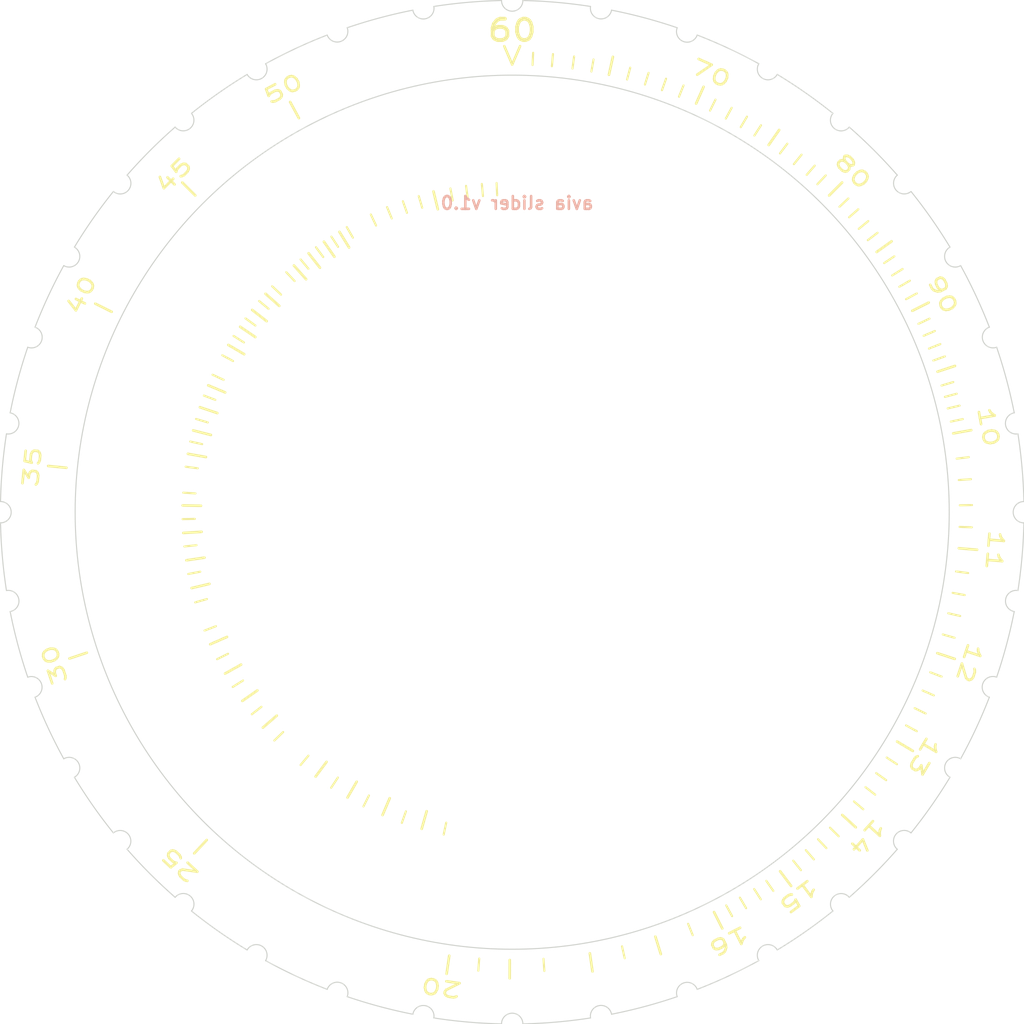
<source format=kicad_pcb>
(kicad_pcb (version 20211014) (generator pcbnew)

  (general
    (thickness 1)
  )

  (paper "A4")
  (layers
    (0 "F.Cu" signal)
    (31 "B.Cu" signal)
    (32 "B.Adhes" user "B.Adhesive")
    (33 "F.Adhes" user "F.Adhesive")
    (34 "B.Paste" user)
    (35 "F.Paste" user)
    (36 "B.SilkS" user "B.Silkscreen")
    (37 "F.SilkS" user "F.Silkscreen")
    (38 "B.Mask" user)
    (39 "F.Mask" user)
    (40 "Dwgs.User" user "User.Drawings")
    (41 "Cmts.User" user "User.Comments")
    (42 "Eco1.User" user "User.Eco1")
    (43 "Eco2.User" user "User.Eco2")
    (44 "Edge.Cuts" user)
    (45 "Margin" user)
    (46 "B.CrtYd" user "B.Courtyard")
    (47 "F.CrtYd" user "F.Courtyard")
    (48 "B.Fab" user)
    (49 "F.Fab" user)
    (50 "User.1" user)
    (51 "User.2" user "Minutes")
    (52 "User.3" user)
    (53 "User.4" user)
    (54 "User.5" user)
    (55 "User.6" user)
    (56 "User.7" user)
    (57 "User.8" user)
    (58 "User.9" user)
  )

  (setup
    (stackup
      (layer "F.SilkS" (type "Top Silk Screen"))
      (layer "F.Paste" (type "Top Solder Paste"))
      (layer "F.Mask" (type "Top Solder Mask") (thickness 0.01))
      (layer "F.Cu" (type "copper") (thickness 0.035))
      (layer "dielectric 1" (type "core") (thickness 0.91) (material "FR4") (epsilon_r 4.5) (loss_tangent 0.02))
      (layer "B.Cu" (type "copper") (thickness 0.035))
      (layer "B.Mask" (type "Bottom Solder Mask") (thickness 0.01))
      (layer "B.Paste" (type "Bottom Solder Paste"))
      (layer "B.SilkS" (type "Bottom Silk Screen"))
      (copper_finish "None")
      (dielectric_constraints no)
    )
    (pad_to_mask_clearance 0)
    (pcbplotparams
      (layerselection 0x00010fc_ffffffff)
      (disableapertmacros false)
      (usegerberextensions false)
      (usegerberattributes true)
      (usegerberadvancedattributes true)
      (creategerberjobfile true)
      (svguseinch false)
      (svgprecision 6)
      (excludeedgelayer true)
      (plotframeref false)
      (viasonmask false)
      (mode 1)
      (useauxorigin false)
      (hpglpennumber 1)
      (hpglpenspeed 20)
      (hpglpendiameter 15.000000)
      (dxfpolygonmode true)
      (dxfimperialunits true)
      (dxfusepcbnewfont true)
      (psnegative false)
      (psa4output false)
      (plotreference true)
      (plotvalue true)
      (plotinvisibletext false)
      (sketchpadsonfab false)
      (subtractmaskfromsilk false)
      (outputformat 1)
      (mirror false)
      (drillshape 1)
      (scaleselection 1)
      (outputdirectory "")
    )
  )

  (net 0 "")

  (gr_line (start 199.63 78.14) (end 200 79) (layer "F.SilkS") (width 0.12) (tstamp 826dcf6a-d9a9-4955-a46c-ac784df2ee6e))
  (gr_line (start 200 79) (end 200.37 78.14) (layer "F.SilkS") (width 0.12) (tstamp f96acd88-07ce-4c57-9d9b-a96d9dd8bbed))
  (gr_arc (start 222.723632 92.261363) (mid 223.187249 93.786995) (end 223.548561 95.34004) (layer "Edge.Cuts") (width 0.05) (tstamp 0182b618-d88a-4945-b6c3-fa4925a78896))
  (gr_arc (start 195.34004 123.548562) (mid 195.919268 123.142982) (end 196.324848 123.72221) (layer "Edge.Cuts") (width 0.05) (tstamp 01f89dfb-37ec-49a6-ae68-a9a8395de980))
  (gr_arc (start 223.548562 104.65996) (mid 223.142982 104.080732) (end 223.72221 103.675152) (layer "Edge.Cuts") (width 0.05) (tstamp 03f2e9c1-7b31-4086-85b1-ac47501fcae9))
  (gr_arc (start 181.936328 84.190076) (mid 183.025756 83.025756) (end 184.190076 81.936328) (layer "Edge.Cuts") (width 0.05) (tstamp 07030ba4-2771-4e6f-a091-4a4813b2c747))
  (gr_arc (start 224 100.5) (mid 223.5 100) (end 224 99.5) (layer "Edge.Cuts") (width 0.05) (tstamp 0763ee43-495f-4983-8d1e-4826f5686103))
  (gr_arc (start 196.324848 76.27779) (mid 195.919268 76.857018) (end 195.34004 76.451438) (layer "Edge.Cuts") (width 0.05) (tstamp 0ad57ef5-5388-4caa-a5d2-c75ca435e151))
  (gr_arc (start 176.27779 103.675152) (mid 176.857018 104.080732) (end 176.451438 104.65996) (layer "Edge.Cuts") (width 0.05) (tstamp 0d288fcd-7de0-43ac-96a7-883e4c8ef2e1))
  (gr_arc (start 181.936327 84.190075) (mid 181.997955 84.894491) (end 181.293539 84.956119) (layer "Edge.Cuts") (width 0.05) (tstamp 0e5731aa-0318-4b1e-87f6-c1dbdef8358a))
  (gr_arc (start 188.433013 78.96539) (mid 188.25 79.648403) (end 187.566987 79.46539) (layer "Edge.Cuts") (width 0.05) (tstamp 0e7a0ef8-c1d9-482e-9548-ac04c56296ee))
  (gr_arc (start 178.965391 111.566987) (mid 178.243894 110.145039) (end 177.618388 108.67833) (layer "Edge.Cuts") (width 0.05) (tstamp 12fbb53e-6c0c-40b7-b5bc-6c76590eae77))
  (gr_arc (start 218.706461 84.956119) (mid 218.002045 84.894491) (end 218.063673 84.190075) (layer "Edge.Cuts") (width 0.05) (tstamp 15f86503-02d9-472f-b103-1f8f36844e6f))
  (gr_arc (start 176.451438 95.34004) (mid 176.857018 95.919268) (end 176.27779 96.324848) (layer "Edge.Cuts") (width 0.05) (tstamp 17553ea1-f21d-48c7-9711-f117e9579a89))
  (gr_arc (start 218.063672 115.809924) (mid 216.974244 116.974244) (end 215.809924 118.063672) (layer "Edge.Cuts") (width 0.05) (tstamp 17e6bae5-7d4a-490c-869d-b87e3f48ebea))
  (gr_arc (start 223.722209 96.324848) (mid 223.91386 97.907808) (end 223.999999 99.5) (layer "Edge.Cuts") (width 0.05) (tstamp 180e7171-8b0b-4116-beaf-77bd668e721f))
  (gr_arc (start 218.70646 84.95612) (mid 219.663915 86.231179) (end 220.534609 87.566988) (layer "Edge.Cuts") (width 0.05) (tstamp 185a251a-8de4-4615-ab48-fbc360666538))
  (gr_arc (start 211.566987 121.034609) (mid 210.145039 121.756106) (end 208.67833 122.381612) (layer "Edge.Cuts") (width 0.05) (tstamp 1b53c84d-2f38-4a23-b444-c6c0a1697ce3))
  (gr_arc (start 220.534609 112.433012) (mid 219.663915 113.768821) (end 218.70646 115.043879) (layer "Edge.Cuts") (width 0.05) (tstamp 1bd85367-e455-48dc-b3ed-55539482ff5d))
  (gr_arc (start 188.433013 78.965391) (mid 189.854961 78.243894) (end 191.32167 77.618388) (layer "Edge.Cuts") (width 0.05) (tstamp 1d507392-181d-4a8a-831c-094591f283ee))
  (gr_arc (start 176.451439 95.34004) (mid 176.812751 93.786995) (end 177.276368 92.261363) (layer "Edge.Cuts") (width 0.05) (tstamp 2448ab8c-c3e9-4b60-baf7-e75fa1ab5d9d))
  (gr_arc (start 176 99.5) (mid 176.5 100) (end 176 100.5) (layer "Edge.Cuts") (width 0.05) (tstamp 25b04ab4-058c-4e0b-9ce0-2a5ce6f4ba03))
  (gr_arc (start 184.95612 81.29354) (mid 186.231179 80.336085) (end 187.566988 79.465391) (layer "Edge.Cuts") (width 0.05) (tstamp 29f03200-7758-41f0-9eac-2318a6ff8090))
  (gr_arc (start 184.190076 118.063672) (mid 183.025756 116.974244) (end 181.936328 115.809924) (layer "Edge.Cuts") (width 0.05) (tstamp 319b9ee8-0793-4040-a9cc-1485faac8d67))
  (gr_arc (start 215.043881 118.706461) (mid 215.105509 118.002045) (end 215.809925 118.063673) (layer "Edge.Cuts") (width 0.05) (tstamp 355b9c54-ecc3-44f3-afcb-7ea0d61650ae))
  (gr_arc (start 220.53461 112.433013) (mid 220.351597 111.75) (end 221.03461 111.566987) (layer "Edge.Cuts") (width 0.05) (tstamp 3b249481-6c82-4ea4-a20d-52ab86c01591))
  (gr_arc (start 221.03461 88.433013) (mid 220.351597 88.25) (end 220.53461 87.566987) (layer "Edge.Cuts") (width 0.05) (tstamp 3efbf0e1-41ee-4ea9-9d95-d4f2d567e931))
  (gr_arc (start 222.381613 108.678329) (mid 222.082777 108.037473) (end 222.723633 107.738637) (layer "Edge.Cuts") (width 0.05) (tstamp 3f11df83-7413-47f0-b93f-dab1153032de))
  (gr_arc (start 207.738637 122.723632) (mid 206.213005 123.187249) (end 204.65996 123.548561) (layer "Edge.Cuts") (width 0.05) (tstamp 4063872f-d585-446d-9b2b-23a0c964bf01))
  (gr_arc (start 218.063673 115.809925) (mid 218.002045 115.105509) (end 218.706461 115.043881) (layer "Edge.Cuts") (width 0.05) (tstamp 406c1c2e-8b8d-4fae-968b-7aee5471e0d2))
  (gr_arc (start 178.96539 111.566987) (mid 179.648403 111.75) (end 179.46539 112.433013) (layer "Edge.Cuts") (width 0.05) (tstamp 4e152c0a-7388-4cd9-a50b-df90d2ccb1fc))
  (gr_arc (start 212.433013 79.46539) (mid 211.75 79.648403) (end 211.566987 78.96539) (layer "Edge.Cuts") (width 0.05) (tstamp 550969aa-1cfd-4520-9313-2220a843d97f))
  (gr_arc (start 187.566987 120.53461) (mid 188.25 120.351597) (end 188.433013 121.03461) (layer "Edge.Cuts") (width 0.05) (tstamp 551165fa-1a91-4ec0-a6cd-78fded48c83f))
  (gr_arc (start 196.324848 76.277791) (mid 197.907808 76.08614) (end 199.5 76.000001) (layer "Edge.Cuts") (width 0.05) (tstamp 5adc857c-b630-4fff-bd49-836253c0f5fc))
  (gr_arc (start 204.65996 76.451438) (mid 204.080732 76.857018) (end 203.675152 76.27779) (layer "Edge.Cuts") (width 0.05) (tstamp 60fdad1f-4856-438f-92f9-0458da2dc310))
  (gr_arc (start 222.723633 92.261363) (mid 222.082777 91.962527) (end 222.381613 91.321671) (layer "Edge.Cuts") (width 0.05) (tstamp 644e1bb9-e60e-4a57-ac4f-aa66aacce778))
  (gr_arc (start 208.678329 77.618387) (mid 208.037473 77.917223) (end 207.738637 77.276367) (layer "Edge.Cuts") (width 0.05) (tstamp 69bb6d4f-a5ff-43cd-95c2-c69de27ca73d))
  (gr_arc (start 215.809925 81.936327) (mid 215.105509 81.997955) (end 215.043881 81.293539) (layer "Edge.Cuts") (width 0.05) (tstamp 6ab89c30-00ed-4bda-ab27-85edd492d0fc))
  (gr_arc (start 192.261363 77.276368) (mid 193.786995 76.812751) (end 195.34004 76.451439) (layer "Edge.Cuts") (width 0.05) (tstamp 6c2da652-e621-4b5c-aa66-197efeedd3f0))
  (gr_arc (start 181.293539 115.043881) (mid 181.997955 115.105509) (end 181.936327 115.809925) (layer "Edge.Cuts") (width 0.05) (tstamp 70f74cc6-d27f-43bf-8f74-1fc9ce846cc3))
  (gr_arc (start 184.956119 81.293539) (mid 184.894491 81.997955) (end 184.190075 81.936327) (layer "Edge.Cuts") (width 0.05) (tstamp 7981e008-7c3c-4a11-bbe7-2ef48d1f8386))
  (gr_arc (start 177.276367 107.738637) (mid 177.917223 108.037473) (end 177.618387 108.678329) (layer "Edge.Cuts") (width 0.05) (tstamp 7a1782d1-e750-4df8-828f-294669ad0374))
  (gr_arc (start 199.5 124) (mid 200 123.5) (end 200.5 124) (layer "Edge.Cuts") (width 0.05) (tstamp 8132be9c-e1d3-49cb-a3e9-24d27cc2a78f))
  (gr_arc (start 215.04388 118.70646) (mid 213.768821 119.663915) (end 212.433012 120.534609) (layer "Edge.Cuts") (width 0.05) (tstamp 85678c95-37f5-494c-be7c-63e243fdd5ed))
  (gr_arc (start 191.321671 122.381613) (mid 191.962527 122.082777) (end 192.261363 122.723633) (layer "Edge.Cuts") (width 0.05) (tstamp 87d9c8dd-74eb-4259-9759-efe0adb72b53))
  (gr_arc (start 184.190075 118.063673) (mid 184.894491 118.002045) (end 184.956119 118.706461) (layer "Edge.Cuts") (width 0.05) (tstamp 8da42583-c6cf-40a9-88d8-81196020a596))
  (gr_arc (start 187.566988 120.534609) (mid 186.231179 119.663915) (end 184.956121 118.70646) (layer "Edge.Cuts") (width 0.05) (tstamp 8f427b48-7998-4a50-bb23-c7553d49b1a5))
  (gr_arc (start 195.34004 123.548561) (mid 193.786995 123.187249) (end 192.261363 122.723632) (layer "Edge.Cuts") (width 0.05) (tstamp 955bb44b-3763-4479-b9fc-c0c66948fc63))
  (gr_arc (start 222.381612 108.678329) (mid 221.756106 110.145039) (end 221.034609 111.566987) (layer "Edge.Cuts") (width 0.05) (tstamp a5753440-5576-4459-b607-91ab12c92331))
  (gr_arc (start 211.566987 121.03461) (mid 211.75 120.351597) (end 212.433013 120.53461) (layer "Edge.Cuts") (width 0.05) (tstamp a673f818-608f-4f77-80ab-3bdb6c3aad56))
  (gr_arc (start 177.618387 91.321671) (mid 177.917223 91.962527) (end 177.276367 92.261363) (layer "Edge.Cuts") (width 0.05) (tstamp a7195495-3f44-4109-8648-63919d2970e4))
  (gr_arc (start 200.5 76.000001) (mid 202.092192 76.08614) (end 203.675152 76.277791) (layer "Edge.Cuts") (width 0.05) (tstamp a77ccfc2-5d8c-4710-97a2-16523434b1d3))
  (gr_arc (start 199.5 123.999999) (mid 197.907808 123.91386) (end 196.324848 123.722209) (layer "Edge.Cuts") (width 0.05) (tstamp ad29d5df-4b4f-4ebd-b217-5953d6f7b554))
  (gr_arc (start 200.5 76) (mid 200 76.5) (end 199.5 76) (layer "Edge.Cuts") (width 0.05) (tstamp b3ef408e-8d0f-4eff-9934-84d1c0ae4022))
  (gr_arc (start 203.675152 123.722209) (mid 202.092192 123.91386) (end 200.5 123.999999) (layer "Edge.Cuts") (width 0.05) (tstamp b8589ec6-c264-4e75-b116-5afb00b4ab95))
  (gr_arc (start 191.321671 122.381612) (mid 189.854961 121.756106) (end 188.433013 121.034609) (layer "Edge.Cuts") (width 0.05) (tstamp bcc3178b-8a28-40e8-85f7-928e9dbb0880))
  (gr_arc (start 179.465391 87.566988) (mid 180.336085 86.231179) (end 181.29354 84.956121) (layer "Edge.Cuts") (width 0.05) (tstamp be1eceff-47d4-4938-83df-077e3855db6d))
  (gr_arc (start 212.433012 79.465391) (mid 213.768821 80.336085) (end 215.043879 81.29354) (layer "Edge.Cuts") (width 0.05) (tstamp bfb47430-2c7e-43cc-8f2f-b4ec86346c39))
  (gr_arc (start 221.034609 88.433013) (mid 221.756106 89.854961) (end 222.381612 91.32167) (layer "Edge.Cuts") (width 0.05) (tstamp c2b00556-8d95-4e77-a7bb-a5c0131fb35c))
  (gr_arc (start 203.675152 123.72221) (mid 204.080732 123.142982) (end 204.65996 123.548562) (layer "Edge.Cuts") (width 0.05) (tstamp c3c7ab67-1981-4c00-b436-6e1221ace079))
  (gr_circle (center 200 100) (end 220.5 100) (layer "Edge.Cuts") (width 0.05) (fill none) (tstamp c5b93277-3fc0-4b06-bd36-45cb16cbb369))
  (gr_arc (start 179.46539 87.566987) (mid 179.648403 88.25) (end 178.96539 88.433013) (layer "Edge.Cuts") (width 0.05) (tstamp cbe8250f-522e-42b8-a3f2-ec746d9665da))
  (gr_arc (start 215.809924 81.936328) (mid 216.974244 83.025756) (end 218.063672 84.190076) (layer "Edge.Cuts") (width 0.05) (tstamp d739acc4-1a9c-45c6-9c56-9818e32043ab))
  (gr_arc (start 176.000001 99.5) (mid 176.08614 97.907808) (end 176.277791 96.324848) (layer "Edge.Cuts") (width 0.05) (tstamp d8bfe70e-cbc5-4e57-8dd3-94fe473a77da))
  (gr_arc (start 177.618388 91.321671) (mid 178.243894 89.854961) (end 178.965391 88.433013) (layer "Edge.Cuts") (width 0.05) (tstamp dd1aed76-8d44-40c7-9229-9f6f11c81a44))
  (gr_arc (start 181.29354 115.04388) (mid 180.336085 113.768821) (end 179.465391 112.433012) (layer "Edge.Cuts") (width 0.05) (tstamp de3d5677-7229-4596-8e92-2c067fdc600b))
  (gr_arc (start 207.738637 122.723633) (mid 208.037473 122.082777) (end 208.678329 122.381613) (layer "Edge.Cuts") (width 0.05) (tstamp dedf1d77-08c8-45b3-ac58-20b963ff7634))
  (gr_arc (start 223.72221 96.324848) (mid 223.142982 95.919268) (end 223.548562 95.34004) (layer "Edge.Cuts") (width 0.05) (tstamp e2ed8460-2b33-4d2f-9de7-14c3285485a5))
  (gr_arc (start 223.548561 104.65996) (mid 223.187249 106.213005) (end 222.723632 107.738637) (layer "Edge.Cuts") (width 0.05) (tstamp e474f6c2-f007-4449-bf9f-8d667564b569))
  (gr_arc (start 176.277791 103.675152) (mid 176.08614 102.092192) (end 176.000001 100.5) (layer "Edge.Cuts") (width 0.05) (tstamp e94334cc-cc41-4455-9722-6c8e3095ae2c))
  (gr_arc (start 192.261363 77.276367) (mid 191.962527 77.917223) (end 191.321671 77.618387) (layer "Edge.Cuts") (width 0.05) (tstamp ec812001-a02f-49a3-9a0e-d4c8bdc9d4d8))
  (gr_arc (start 204.65996 76.451439) (mid 206.213005 76.812751) (end 207.738637 77.276368) (layer "Edge.Cuts") (width 0.05) (tstamp f207fb9c-daad-403e-abce-3179193894ce))
  (gr_arc (start 208.678329 77.618388) (mid 210.145039 78.243894) (end 211.566987 78.965391) (layer "Edge.Cuts") (width 0.05) (tstamp f732f801-8bd2-4820-aea5-6a4a70cef8ae))
  (gr_arc (start 177.276368 107.738637) (mid 176.812751 106.213005) (end 176.451439 104.65996) (layer "Edge.Cuts") (width 0.05) (tstamp f798895f-c58c-4854-9be3-f8ac09a831ab))
  (gr_arc (start 223.999999 100.5) (mid 223.91386 102.092192) (end 223.722209 103.675152) (layer "Edge.Cuts") (width 0.05) (tstamp fe712276-277d-4b0f-8dce-cf5a5e9943f0))
  (gr_circle (center 200 100) (end 220.9 100) (layer "User.1") (width 0.1) (fill none) (tstamp 47660a2a-4de3-4931-b35d-2652cce9ac96))
  (gr_circle (center 200 100) (end 223.5 100) (layer "User.1") (width 0.1) (fill none) (tstamp e9313925-bec0-41f7-8b38-5868830e793b))
  (gr_circle (center 200 100) (end 200.07 100) (layer "User.1") (width 0.1) (fill none) (tstamp ec060531-6276-4b06-9366-b8c7c0f8b06a))
  (gr_line (start 188.046743 117.991099) (end 188.378778 117.491346) (layer "User.2") (width 0.03) (tstamp 0058e2a5-9e61-4d60-85c5-74943f4ac3ee))
  (gr_line (start 179.457179 93.325233) (end 180.027813 93.510643) (layer "User.2") (width 0.03) (tstamp 00d9947a-aa7f-4fdc-9edc-0d45c85f5eda))
  (gr_line (start 188.426141 81.762517) (end 188.747637 82.269114) (layer "User.2") (width 0.03) (tstamp 00ed4028-a67f-47c3-8106-0fcaec3f37f9))
  (gr_line (start 193.325233 79.457179) (end 193.510643 80.027813) (layer "User.2") (width 0.03) (tstamp 0190c39e-8f60-4904-8d5a-18254ea11ca2))
  (gr_line (start 178.475754 98.192559) (end 179.07365 98.242766) (layer "User.2") (width 0.03) (tstamp 02e1c709-27c9-483e-b0a4-ef1795a1f033))
  (gr_line (start 211.189383 118.475868) (end 210.878567 117.962649) (layer "User.2") (width 0.03) (tstamp 03d98ca9-dbc2-4201-b500-6a6b38ed3707))
  (gr_line (start 191.214489 80.267418) (end 191.458531 80.815545) (layer "User.2") (width 0.03) (tstamp 042f9a3c-0fcf-47f8-bbb4-ea07699f6451))
  (gr_line (start 191.214489 119.732582) (end 191.458531 119.184455) (layer "User.2") (width 0.03) (tstamp 04d5ebe7-e1f3-477e-94ad-196ad2240975))
  (gr_line (start 210.007194 80.858003) (end 209.729216 81.389725) (layer "User.2") (width 0.03) (tstamp 05c661b3-9fac-4e42-a523-3d7de1644426))
  (gr_line (start 201.807441 78.475754) (end 201.757234 79.07365) (layer "User.2") (width 0.03) (tstamp 05f00b5c-e22a-4c05-b63a-7b59d7096234))
  (gr_line (start 202.257815 121.481673) (end 202.195098 120.88496) (layer "User.2") (width 0.03) (tstamp 06a10359-8fdc-4d4d-bd59-3f12ef94c67b))
  (gr_line (start 199.547644 121.595263) (end 199.560209 120.995395) (layer "User.2") (width 0.03) (tstamp 0766ca67-8c09-4221-90cf-d22ae9cafe47))
  (gr_line (start 183.648907 85.886115) (end 184.103104 86.278167) (layer "User.2") (width 0.03) (tstamp 07780895-de23-4f5c-98af-8b93f9d62de8))
  (gr_line (start 205.808668 79.195689) (end 205.647316 79.773587) (layer "User.2") (width 0.03) (tstamp 0811cb43-e470-4b0c-ba1b-c9d513fd7997))
  (gr_line (start 178.518327 102.257815) (end 179.11504 102.195098) (layer "User.2") (width 0.03) (tstamp 096aab11-22bd-40e9-a7b6-5a114a2ef2cc))
  (gr_line (start 216.351093 85.886115) (end 215.896896 86.278167) (layer "User.2") (width 0.03) (tstamp 09ab0d25-4506-4e6c-a97f-8dbb6826fd7e))
  (gr_line (start 214.113885 83.648907) (end 213.721833 84.103104) (layer "User.2") (width 0.03) (tstamp 0a260f3e-3713-4de1-8c54-9cafc925bd6d))
  (gr_line (start 218.475868 88.810617) (end 217.962649 89.121433) (layer "User.2") (width 0.03) (tstamp 0af3b4b1-a827-4759-a4f4-be9f6d5c9ec3))
  (gr_line (start 217.205046 113.059341) (end 216.727128 112.696582) (layer "User.2") (width 0.03) (tstamp 0d6f676f-a9e3-4b1c-b652-1d4ec6aebfa2))
  (gr_line (start 179.916828 107.95149) (end 180.474694 107.730615) (layer "User.2") (width 0.03) (tstamp 0ded204a-ba6a-4d56-9d59-295aec3d0bbc))
  (gr_line (start 221.127988 104.490893) (end 220.541099 104.366146) (layer "User.2") (width 0.03) (tstamp 0eab9248-5bef-40db-a916-9493b54e61ba))
  (gr_line (start 220.921396 105.371702) (end 220.340246 105.222488) (layer "User.2") (width 0.03) (tstamp 0eda420f-eda6-44ba-a840-e06e3a5a59a6))
  (gr_line (start 217.991099 88.046743) (end 217.491346 88.378778) (layer "User.2") (width 0.03) (tstamp 0f588405-fa87-458c-9100-ec59dbd386a1))
  (gr_line (start 217.474767 87.303839) (end 216.989357 87.65651) (layer "User.2") (width 0.03) (tstamp 0ff10b66-c0b8-4319-ab5f-ca67f6742f10))
  (gr_line (start 187.303839 117.474767) (end 187.65651 116.989357) (layer "User.2") (width 0.03) (tstamp 10a7998e-2c15-4de6-b77c-aeab264fcdfe))
  (gr_line (start 195.952564 78.782595) (end 196.064993 79.371967) (layer "User.2") (width 0.03) (tstamp 10c011dd-bc17-4ae0-95b6-46128a289f46))
  (gr_line (start 191.629663 80.087756) (end 191.862172 80.640874) (layer "User.2") (width 0.03) (tstamp 10d96f79-7756-4ed5-86c3-2352dd0c180e))
  (gr_line (start 180.267418 91.214489) (end 180.815545 91.458531) (layer "User.2") (width 0.03) (tstamp 112cfcd7-8e2b-49a6-a0c0-c20a4155bd60))
  (gr_line (start 188.810617 118.475868) (end 189.121433 117.962649) (layer "User.2") (width 0.03) (tstamp 122a9580-d073-4fd9-948d-f5ee6e413471))
  (gr_line (start 180.858003 89.992806) (end 181.389725 90.270784) (layer "User.2") (width 0.03) (tstamp 1248d4ed-709d-4c68-b1a0-92b72d31144b))
  (gr_line (start 180.087756 91.629663) (end 180.640874 91.862172) (layer "User.2") (width 0.03) (tstamp 12fa46da-b55e-44b4-96b2-da15cd712885))
  (gr_line (start 207.529156 120.245291) (end 207.320013 119.682922) (layer "User.2") (width 0.03) (tstamp 138f1b91-6976-4e09-885e-54f8ba12500a))
  (gr_line (start 182.794954 113.059341) (end 183.272872 112.696582) (layer "User.2") (width 0.03) (tstamp 139ad284-9c26-4497-8cbc-ab8979e22d9f))
  (gr_line (start 219.732582 91.214489) (end 219.184455 91.458531) (layer "User.2") (width 0.03) (tstamp 1445da2e-627d-49dc-a021-5e087c6599cc))
  (gr_line (start 207.10352 120.39853) (end 206.9062 119.831904) (layer "User.2") (width 0.03) (tstamp 15d415a0-09fc-4602-8c8a-af44764c82b8))
  (gr_line (start 208.370337 80.087756) (end 208.137828 80.640874) (layer "User.2") (width 0.03) (tstamp 164e8034-1ebe-473d-9d78-43c5092eb32c))
  (gr_line (start 221.217405 104.047436) (end 220.628033 103.935007) (layer "User.2") (width 0.03) (tstamp 16875f0b-dc4f-4167-84f3-dd8d76145b97))
  (gr_line (start 196.397795 121.297514) (end 196.497856 120.705916) (layer "User.2") (width 0.03) (tstamp 16ce6d97-6016-426c-9a18-2ac41fa822b8))
  (gr_line (start 182.525233 87.303839) (end 183.010643 87.65651) (layer "User.2") (width 0.03) (tstamp 17d627ad-2460-46f5-badf-4a5b6cbb3866))
  (gr_line (start 219.544264 109.196833) (end 219.001368 108.941365) (layer "User.2") (width 0.03) (tstamp 193e6cf2-92bc-4f4f-a6c5-9c29b184d319))
  (gr_line (start 194.191332 120.804311) (end 194.352684 120.226413) (layer "User.2") (width 0.03) (tstamp 1950a4f7-8bd6-4603-b60d-007d7c31d919))
  (gr_line (start 190.39588 119.347374) (end 190.662661 118.809947) (layer "User.2") (width 0.03) (tstamp 1965aab0-a147-4b08-955d-bb74a1e696ff))
  (gr_line (start 179.195689 94.191332) (end 179.773587 94.352684) (layer "User.2") (width 0.03) (tstamp 19c716e8-916a-42e1-80b0-dccdca39a3fc))
  (gr_line (start 180.455736 90.803167) (end 180.998632 91.058635) (layer "User.2") (width 0.03) (tstamp 1a8b9618-d181-449a-bfd2-9881fe2e81df))
  (gr_line (start 209.196833 119.544264) (end 208.941365 119.001368) (layer "User.2") (width 0.03) (tstamp 1ae5ace3-1a56-4aea-bbc3-fb93e44d35ea))
  (gr_line (start 188.9 80.774236) (end 189.5 81.813466) (layer "User.2") (width 0.03) (tstamp 1b62d7c9-21c3-457d-9944-8958203225f0))
  (gr_line (start 178.404737 100.452356) (end 179.004605 100.439791) (layer "User.2") (width 0.03) (tstamp 1c08881b-7911-4650-9eb3-ec851f99fd8a))
  (gr_line (start 220.39853 92.89648) (end 219.831904 93.0938) (layer "User.2") (width 0.03) (tstamp 1c6678c1-4535-4408-8f63-0c9283770e8d))
  (gr_line (start 221.557377 98.643725) (end 220.958561 98.681399) (layer "User.2") (width 0.03) (tstamp 1c7ff80d-9ca4-4afc-ac10-84ba1d682744))
  (gr_line (start 196.844607 78.631718) (end 196.932257 79.225281) (layer "User.2") (width 0.03) (tstamp 1dbd5d38-b607-4061-97c5-6f214de0cc9e))
  (gr_line (start 178.418947 99.095486) (end 179.018421 99.120611) (layer "User.2") (width 0.03) (tstamp 1e7223c3-32c0-4071-87a9-60f06bffeae9))
  (gr_line (start 188.046743 82.008901) (end 188.378778 82.508654) (layer "User.2") (width 0.03) (tstamp 1e9bbb2d-f615-4e13-bc00-16121ee87a3c))
  (gr_line (start 214.854699 116.497815) (end 214.051742 115.606041) (layer "User.2") (width 0.03) (tstamp 1f53e573-68ad-4bdd-8729-9d732d670a88))
  (gr_line (start 220.804311 105.808668) (end 220.226413 105.647316) (layer "User.2") (width 0.03) (tstamp 1f8dff6c-d2ac-45dc-958d-23b99e06bc3c))
  (gr_line (start 207.529156 79.754709) (end 207.320013 80.317078) (layer "User.2") (width 0.03) (tstamp 2025ccd6-965e-4c13-afe4-44d4d8656777))
  (gr_line (start 178.970696 95.067621) (end 179.554843 95.204632) (layer "User.2") (width 0.03) (tstamp 21aafcbc-c34c-4fd4-8e2b-499f0ed5e3f0))
  (gr_line (start 208.785511 119.732582) (end 208.541469 119.184455) (layer "User.2") (width 0.03) (tstamp 2300d190-3243-4145-b612-05636de88afc))
  (gr_line (start 218.237483 88.426141) (end 217.730886 88.747637) (layer "User.2") (width 0.03) (tstamp 25362f9e-94a0-4231-8600-8a073e9a16e9))
  (gr_line (start 179.321899 93.756913) (end 179.896291 93.930332) (layer "User.2") (width 0.03) (tstamp 25ca8e14-809b-4724-b05f-7f08a8eaac7a))
  (gr_line (start 182.263177 87.672587) (end 182.755867 88.015015) (layer "User.2") (width 0.03) (tstamp 263d41ca-428b-45a4-96b4-996e8b6cd119))
  (gr_line (start 199.547644 78.404737) (end 199.560209 79.004605) (layer "User.2") (width 0.03) (tstamp 2a4da8b6-f2e2-484e-a1fb-87bd115bddbf))
  (gr_line (start 220.245291 107.529156) (end 219.682922 107.320013) (layer "User.2") (width 0.03) (tstamp 2bcb76c1-d891-46ec-8bba-3eb074b336b5))
  (gr_line (start 181.293851 110.8) (end 181.813466 110.5) (layer "User.2") (width 0.03) (tstamp 2bdf0218-ef9e-41fd-a24b-35a1052a43e3))
  (gr_line (start 200.904514 121.581053) (end 200.879389 120.981579) (layer "User.2") (width 0.03) (tstamp 2bf771bd-08a1-4b73-9778-5ca9f4f28297))
  (gr_line (start 180.652626 90.39588) (end 181.190053 90.662661) (layer "User.2") (width 0.03) (tstamp 2cc3c414-78b4-42ec-b5c5-b3abcdf40dc8))
  (gr_line (start 193.139823 121.113455) (end 193.510643 119.972187) (layer "User.2") (width 0.03) (tstamp 2da46109-dd4c-487a-bd38-7fb5bcc1b820))
  (gr_line (start 222.078386 102.320532) (end 220.88496 102.195098) (layer "User.2") (width 0.03) (tstamp 2dc55f54-261c-4881-94b8-0986ea1708da))
  (gr_line (start 214.786217 115.745722) (end 214.375489 115.308341) (layer "User.2") (width 0.03) (tstamp 2e1ae9cf-6b96-429d-af5d-67a11c457c17))
  (gr_line (start 200 121.6) (end 200 121) (layer "User.2") (width 0.03) (tstamp 2ebde583-d1ab-421b-a095-7eb3b5c5a651))
  (gr_line (start 179.078604 105.371702) (end 179.659754 105.222488) (layer "User.2") (width 0.03) (tstamp 2f78da15-1f7d-40cd-a51b-e4a99406310c))
  (gr_line (start 212.696161 82.525233) (end 212.34349 83.010643) (layer "User.2") (width 0.03) (tstamp 3029c42e-d985-4d2e-8da6-722cf2641740))
  (gr_line (start 208.370337 119.912244) (end 208.137828 119.359126) (layer "User.2") (width 0.03) (tstamp 3302c554-9615-4956-bc4a-15ccadd89b7a))
  (gr_line (start 188.426141 118.237483) (end 188.747637 117.730886) (layer "User.2") (width 0.03) (tstamp 3304b061-4dcc-409f-b25d-c853fb7d1dd4))
  (gr_line (start 189.594121 81.071776) (end 189.883173 81.59756) (layer "User.2") (width 0.03) (tstamp 330f42ab-2a41-4283-9f68-f4811197ea14))
  (gr_line (start 186.940659 117.205046) (end 187.303418 116.727128) (layer "User.2") (width 0.03) (tstamp 3371b401-3a49-4f29-8ac7-a7fe080efe77))
  (gr_line (start 207.10352 79.60147) (end 206.9062 80.168096) (layer "User.2") (width 0.03) (tstamp 33ae149d-d26a-417e-844b-49cecb3a2736))
  (gr_line (start 182.039823 113.048833) (end 183.010643 112.343491) (layer "User.2") (width 0.03) (tstamp 33bfd265-a534-4924-a227-02b9292cc004))
  (gr_line (start 189.2 118.706149) (end 189.5 118.186534) (layer "User.2") (width 0.03) (tstamp 35e2776a-f807-4c1e-adff-582f4dcb0547))
  (gr_line (start 220.678101 93.756913) (end 220.103709 93.930332) (layer "User.2") (width 0.03) (tstamp 37242f9c-d2c9-46b0-96be-d0007fad00c6))
  (gr_line (start 211.189383 81.524132) (end 210.878567 82.037351) (layer "User.2") (width 0.03) (tstamp 37260a63-10d9-4782-8a37-f16b4c5f0491))
  (gr_line (start 179.60147 107.10352) (end 180.168096 106.9062) (layer "User.2") (width 0.03) (tstamp 379a3dbb-01c3-490b-842b-157b834a7ad2))
  (gr_line (start 178.872012 104.490893) (end 179.458901 104.366146) (layer "User.2") (width 0.03) (tstamp 38036431-c52d-4026-8b2e-f446a8d44d75))
  (gr_line (start 182.039823 86.951167) (end 183.010643 87.656509) (layer "User.2") (width 0.03) (tstamp 397ce394-40f3-4a93-ab6f-ecc01f9f3f4e))
  (gr_line (start 220.678101 106.243087) (end 220.103709 106.069668) (layer "User.2") (width 0.03) (tstamp 39cf9697-5868-454c-8442-f522fbe8f2e4))
  (gr_line (start 217.736823 112.327413) (end 217.244133 111.984985) (layer "User.2") (width 0.03) (tstamp 3a952a44-98e3-4167-844a-d3a3dbe9206a))
  (gr_line (start 216.497815 114.854699) (end 215.606041 114.051742) (layer "User.2") (width 0.03) (tstamp 3b602c72-3a58-4c58-9085-d25a0da26df8))
  (gr_line (start 221.029304 104.932379) (end 220.445157 104.795368) (layer "User.2") (width 0.03) (tstamp 3bcbbed7-f879-4193-b47e-bb247bfc589b))
  (gr_line (start 179.754709 92.470844) (end 180.317078 92.679987) (layer "User.2") (width 0.03) (tstamp 3bfc7708-f57c-4aa6-9a96-fd71db2ee67e))
  (gr_line (start 218.928224 110.405879) (end 218.40244 110.116827) (layer "User.2") (width 0.03) (tstamp 3cf9a1cc-fd70-47b1-9135-6517196d5559))
  (gr_line (start 189.2 81.293851) (end 189.5 81.813466) (layer "User.2") (width 0.03) (tstamp 3e485521-dca7-4bb6-862e-3795ed038f92))
  (gr_line (start 186.231642 116.643086) (end 186.614096 116.180778) (layer "User.2") (width 0.03) (tstamp 3ea906b0-e110-4ffa-a466-deed707d3f57))
  (gr_line (start 217.960177 86.951167) (end 216.989357 87.656509) (layer "User.2") (width 0.03) (tstamp 3eaf4e84-9471-4ff6-a2ec-f7c7c012568c))
  (gr_line (start 216.497815 85.145301) (end 215.606041 85.948258) (layer "User.2") (width 0.03) (tstamp 3f5033c0-604a-4abd-8ad5-922cedab397a))
  (gr_line (start 210.8 118.706149) (end 210.5 118.186534) (layer "User.2") (width 0.03) (tstamp 401be37c-5792-4078-96f2-3355035d31d3))
  (gr_line (start 183.948072 114.453221) (end 184.393959 114.051743) (layer "User.2") (width 0.03) (tstamp 405ccdb0-de85-4ed8-be0a-6d3f9d4202e9))
  (gr_line (start 213.768358 83.356914) (end 213.385904 83.819222) (layer "User.2") (width 0.03) (tstamp 409ea8fd-5b84-43bb-bb60-d64989daf261))
  (gr_line (start 215.112728 84.56739) (end 214.69293 84.996074) (layer "User.2") (width 0.03) (tstamp 41f4b1c0-84b6-4e11-84e9-a7b2be0a5cf5))
  (gr_line (start 221.368282 103.155393) (end 220.774719 103.067743) (layer "User.2") (width 0.03) (tstamp 421e8321-2904-4a43-9c07-2661027c3aa1))
  (gr_line (start 220.083172 107.95149) (end 219.525306 107.730615) (layer "User.2") (width 0.03) (tstamp 42bbb419-1b4f-4caa-9a81-0bf4dccf6040))
  (gr_line (start 197.292802 78.570322) (end 197.368002 79.165591) (layer "User.2") (width 0.03) (tstamp 436d6d02-9808-4690-b1d6-c5a4e2b54086))
  (gr_line (start 216.351093 114.113885) (end 215.896896 113.721833) (layer "User.2") (width 0.03) (tstamp 43f8537f-438c-46da-a1d1-6b4f4ee07e71))
  (gr_line (start 213.059341 117.205046) (end 212.696582 116.727128) (layer "User.2") (width 0.03) (tstamp 4496211d-e350-4c4d-aa89-ba5aaf942922))
  (gr_line (start 221.297514 103.602205) (end 220.705916 103.502144) (layer "User.2") (width 0.03) (tstamp 475f3ed3-5f88-4f9c-8d77-b04da0f8b48a))
  (gr_line (start 211.573859 118.237483) (end 211.252363 117.730886) (layer "User.2") (width 0.03) (tstamp 4792d40e-1956-4828-8951-a01fd25e91f4))
  (gr_line (start 200.452356 121.595263) (end 200.439791 120.995395) (layer "User.2") (width 0.03) (tstamp 47abc3d3-e030-4ba6-af63-777e7f1d1bdd))
  (gr_line (start 221.368282 96.844607) (end 220.774719 96.932257) (layer "User.2") (width 0.03) (tstamp 48f4e6be-f56b-4326-a439-cac261d69f43))
  (gr_line (start 189.992806 80.858003) (end 190.270784 81.389725) (layer "User.2") (width 0.03) (tstamp 49a7edf9-c117-4b00-a455-5993542f9453))
  (gr_line (start 219.347374 90.39588) (end 218.809947 90.662661) (layer "User.2") (width 0.03) (tstamp 49d69aae-a202-421c-ae7f-d0cbde59200b))
  (gr_line (start 192.89648 120.39853) (end 193.0938 119.831904) (layer "User.2") (width 0.03) (tstamp 4b288944-1f80-4cbd-9461-da8124a2f5a5))
  (gr_line (start 216.051928 114.453221) (end 215.606041 114.051743) (layer "User.2") (width 0.03) (tstamp 4bab5257-b2a6-45e8-aa07-07b42087f516))
  (gr_line (start 215.112728 115.43261) (end 214.69293 115.003926) (layer "User.2") (width 0.03) (tstamp 4be4d684-82be-4ee6-b6f3-007393375e02))
  (gr_line (start 196.844607 121.368282) (end 196.932257 120.774719) (layer "User.2") (width 0.03) (tstamp 4c0e1a9f-6849-4016-8e18-ac72914362db))
  (gr_line (start 198.643725 121.557377) (end 198.681399 120.958561) (layer "User.2") (width 0.03) (tstamp 4dbcd1b9-88b0-47b2-b509-5685e44b0c4a))
  (gr_line (start 221.595263 99.547644) (end 220.995395 99.560209) (layer "User.2") (width 0.03) (tstamp 4dd1e742-13bf-4efe-9126-81351ba4d635))
  (gr_line (start 178.285123 95.38436) (end 179.4589 95.633854) (layer "User.2") (width 0.03) (tstamp 4e4b6929-f02e-4e6e-8b81-9f11ca034947))
  (gr_line (start 221.595263 100.452356) (end 220.995395 100.439791) (layer "User.2") (width 0.03) (tstamp 4e4ebb3c-d3b1-454d-91fd-3f2bb9bdcae1))
  (gr_line (start 194.628298 79.078604) (end 194.777512 79.659754) (layer "User.2") (width 0.03) (tstamp 4e51e945-7ee2-48e4-9777-ad2b6b8ba99d))
  (gr_line (start 212.696161 117.474767) (end 212.34349 116.989357) (layer "User.2") (width 0.03) (tstamp 4e777e07-6baf-4fff-8f3b-98495da57fde))
  (gr_line (start 197.679468 77.921614) (end 197.804902 79.11504) (layer "User.2") (width 0.03) (tstamp 512f5bb0-1c45-4523-80ab-031a45123c07))
  (gr_line (start 178.872012 95.509107) (end 179.458901 95.633854) (layer "User.2") (width 0.03) (tstamp 51ec2ae7-3716-493d-841e-7aa841b46476))
  (gr_line (start 220.804311 94.191332) (end 220.226413 94.352684) (layer "User.2") (width 0.03) (tstamp 527492a6-7c19-469c-af37-9ae8a6658223))
  (gr_line (start 222.078386 97.679468) (end 220.88496 97.804902) (layer "User.2") (width 0.03) (tstamp 5317e6c1-acfa-48ec-96f5-895781af0da4))
  (gr_line (start 203.602205 78.702486) (end 203.502144 79.294084) (layer "User.2") (width 0.03) (tstamp 56122de5-2850-460c-a967-175e604da0a0))
  (gr_line (start 178.782595 104.047436) (end 179.371967 103.935007) (layer "User.2") (width 0.03) (tstamp 567f4b42-7119-4b5f-a894-92f45e7be2a8))
  (gr_line (start 180.774236 88.9) (end 181.813466 89.5) (layer "User.2") (width 0.03) (tstamp 56b02eae-8513-4d71-8ef0-9f3bd9539e21))
  (gr_line (start 177.921614 97.679468) (end 179.11504 97.804902) (layer "User.2") (width 0.03) (tstamp 56b0d4bb-0c2a-4f52-8b09-7876a54fde82))
  (gr_line (start 220.083172 92.04851) (end 219.525306 92.269385) (layer "User.2") (width 0.03) (tstamp 5868464b-70c0-47f7-b764-c75cea1b1438))
  (gr_line (start 221.429678 102.707198) (end 220.834409 102.631998) (layer "User.2") (width 0.03) (tstamp 589d0106-f18f-4ccf-87a5-0546106b0d60))
  (gr_line (start 179.078604 94.628298) (end 179.659754 94.777512) (layer "User.2") (width 0.03) (tstamp 5a783e2a-045c-4a15-825f-1860517367fe))
  (gr_line (start 221.127988 95.509107) (end 220.541099 95.633854) (layer "User.2") (width 0.03) (tstamp 5aac503e-6983-4d30-a0b3-8fdedfef556b))
  (gr_line (start 185.546779 83.948072) (end 185.948257 84.393959) (layer "User.2") (width 0.03) (tstamp 5abac9f6-99cb-4ca5-a156-4567dec56ed6))
  (gr_line (start 214.113885 116.351093) (end 213.721833 115.896896) (layer "User.2") (width 0.03) (tstamp 5aec9df8-168a-4ea9-9151-a9d10ecafcd7))
  (gr_line (start 182.008901 88.046743) (end 182.508654 88.378778) (layer "User.2") (width 0.03) (tstamp 5bf38698-1217-48f8-8853-da61203dd148))
  (gr_line (start 187.672587 82.263177) (end 188.015015 82.755867) (layer "User.2") (width 0.03) (tstamp 5cc02c33-eb99-45fb-af3c-169513f99781))
  (gr_line (start 180.455736 109.196833) (end 180.998632 108.941365) (layer "User.2") (width 0.03) (tstamp 5dc3c0fb-b8ab-4500-8126-e68e114005e0))
  (gr_line (start 178.285123 104.61564) (end 179.4589 104.366146) (layer "User.2") (width 0.03) (tstamp 5ed7dd9e-be27-4155-90e6-268c47aaebcf))
  (gr_line (start 219.347374 109.60412) (end 218.809947 109.337339) (layer "User.2") (width 0.03) (tstamp 5ed80824-0d36-417f-b626-7a7232c007c7))
  (gr_line (start 206.860177 121.113455) (end 206.489357 119.972187) (layer "User.2") (width 0.03) (tstamp 5f11f869-d64c-473d-a093-cc2d345dfffd))
  (gr_line (start 183.072221 113.416792) (end 183.542437 113.044103) (layer "User.2") (width 0.03) (tstamp 5f4abefd-5b73-4a51-a632-e2258c084737))
  (gr_line (start 217.960177 113.048833) (end 216.989357 112.343491) (layer "User.2") (width 0.03) (tstamp 5fc090af-e24f-4677-853e-44bd3583b26f))
  (gr_line (start 178.475754 101.807441) (end 179.07365 101.757234) (layer "User.2") (width 0.03) (tstamp 5fca08c3-2de1-432a-93f1-ced4270f8c1b))
  (gr_line (start 213.416792 116.927779) (end 213.044103 116.457563) (layer "User.2") (width 0.03) (tstamp 609c6f6d-f483-437e-a0e4-4e9605cd9e2c))
  (gr_line (start 190.970447 120.280709) (end 191.458531 119.184454) (layer "User.2") (width 0.03) (tstamp 60e0bc70-1f56-4933-a2f3-1948a032b589))
  (gr_line (start 200 122.2) (end 200 121) (layer "User.2") (width 0.03) (tstamp 623c9213-e4ee-49fb-af51-96f9736bf37d))
  (gr_line (start 180.652626 109.60412) (end 181.190053 109.337339) (layer "User.2") (width 0.03) (tstamp 6284d21f-1c3f-4e60-9db8-4bda9478d6a1))
  (gr_line (start 185.145301 83.502185) (end 185.948258 84.393959) (layer "User.2") (width 0.03) (tstamp 62876834-1e1c-4b6f-bb40-d27eb87ed2dc))
  (gr_line (start 185.213783 115.745722) (end 185.624511 115.308341) (layer "User.2") (width 0.03) (tstamp 62adf0e3-1327-410d-a0ef-f13fb21668c3))
  (gr_line (start 183.648907 114.113885) (end 184.103104 113.721833) (layer "User.2") (width 0.03) (tstamp 63cf538d-9605-4831-b8f2-3a63914d216d))
  (gr_line (start 221.581053 99.095486) (end 220.981579 99.120611) (layer "User.2") (width 0.03) (tstamp 6506f4d8-b2bf-4216-8537-df6d94bda6b5))
  (gr_line (start 221.029304 95.067621) (end 220.445157 95.204632) (layer "User.2") (width 0.03) (tstamp 651154fb-6c59-4ef1-aaec-d8f1c9af5e9e))
  (gr_line (start 220.542821 93.325233) (end 219.972187 93.510643) (layer "User.2") (width 0.03) (tstamp 651ff90e-5abe-4fa7-a0a9-d399ec41a2e4))
  (gr_line (start 204.61564 121.714877) (end 204.366146 120.5411) (layer "User.2") (width 0.03) (tstamp 6613baf6-09e2-467f-93a5-88083a63a041))
  (gr_line (start 179.195689 105.808668) (end 179.773587 105.647316) (layer "User.2") (width 0.03) (tstamp 668015c3-fde9-4bc9-b0b1-1093c089596b))
  (gr_line (start 192.89648 79.60147) (end 193.0938 80.168096) (layer "User.2") (width 0.03) (tstamp 6730e76c-e04d-44ad-9a4c-cca887c6aed7))
  (gr_line (start 212.327413 117.736823) (end 211.984985 117.244133) (layer "User.2") (width 0.03) (tstamp 69774a36-ee2d-4c65-b0c5-b8c33e896628))
  (gr_line (start 218.706149 110.8) (end 218.186534 110.5) (layer "User.2") (width 0.03) (tstamp 6a399c89-aa97-477d-a055-a443b8c86190))
  (gr_line (start 183.502185 114.854699) (end 184.393959 114.051742) (layer "User.2") (width 0.03) (tstamp 6a54e8c0-09d9-4b97-a50b-af9f2b9f202f))
  (gr_line (start 180.087756 108.370337) (end 180.640874 108.137828) (layer "User.2") (width 0.03) (tstamp 6b2e1276-c9f4-465d-b5ab-caaca8b59ea3))
  (gr_line (start 215.745722 85.213783) (end 215.308341 85.624511) (layer "User.2") (width 0.03) (tstamp 6b3f15af-cc4e-4a4e-874d-f2bae2614316))
  (gr_line (start 204.490893 78.872012) (end 204.366146 79.458901) (layer "User.2") (width 0.03) (tstamp 6bb9e141-79fe-4446-8841-3538448d0cc7))
  (gr_line (start 199.095486 78.418947) (end 199.120611 79.018421) (layer "User.2") (width 0.03) (tstamp 6c9411b0-d9c1-40b8-8917-443dae6176c7))
  (gr_line (start 206.674767 120.542821) (end 206.489357 119.972187) (layer "User.2") (width 0.03) (tstamp 6c9e0a18-72e8-4ea1-931a-bdf9b47cd103))
  (gr_line (start 198.192559 78.475754) (end 198.242766 79.07365) (layer "User.2") (width 0.03) (tstamp 6db2be74-bba7-4b7b-9bde-f139d0b30c7b))
  (gr_line (start 197.742185 78.518327) (end 197.804902 79.11504) (layer "User.2") (width 0.03) (tstamp 6e1a9dd2-c212-475f-9c21-6d031dfe63b9))
  (gr_line (start 205.371702 79.078604) (end 205.222488 79.659754) (layer "User.2") (width 0.03) (tstamp 6ec613db-63c4-4afd-bdbc-2c8149d32521))
  (gr_line (start 207.95149 120.083172) (end 207.730615 119.525306) (layer "User.2") (width 0.03) (tstamp 6f2d3635-32ab-41b5-be72-b7d3d830de81))
  (gr_line (start 221.481673 97.742185) (end 220.88496 97.804902) (layer "User.2") (width 0.03) (tstamp 6ffb5670-c699-4f02-9cce-c566ac3c66ed))
  (gr_line (start 218.706149 89.2) (end 218.186534 89.5) (layer "User.2") (width 0.03) (tstamp 71447766-c3e6-482f-aa3d-f88ae7c70a1d))
  (gr_line (start 219.225764 111.1) (end 218.186534 110.5) (layer "User.2") (width 0.03) (tstamp 722521dc-0b8f-4b15-bde9-8df0c268d8b0))
  (gr_line (start 211.1 80.774236) (end 210.5 81.813466) (layer "User.2") (width 0.03) (tstamp 72513e16-4c56-4f99-bd04-8105a3856f4b))
  (gr_line (start 206.674767 79.457179) (end 206.489357 80.027813) (layer "User.2") (width 0.03) (tstamp 72b0a11f-e5aa-4922-84b1-3e3f990a3a20))
  (gr_line (start 179.60147 92.89648) (end 180.168096 93.0938) (layer "User.2") (width 0.03) (tstamp 72eeff87-4960-4225-ae07-b31c72774788))
  (gr_line (start 201.356275 121.557377) (end 201.318601 120.958561) (layer "User.2") (width 0.03) (tstamp 738a8188-b10f-4efb-b7ad-4a2c47098594))
  (gr_line (start 221.557377 101.356275) (end 220.958561 101.318601) (layer "User.2") (width 0.03) (tstamp 746d0e56-888b-4db1-8956-58bd8aa8369a))
  (gr_line (start 184.254278 114.786217) (end 184.691659 114.375489) (layer "User.2") (width 0.03) (tstamp 747c2650-dc2e-41e9-b244-180505a55956))
  (gr_line (start 184.56739 115.112728) (end 184.996074 114.69293) (layer "User.2") (width 0.03) (tstamp 74b9d38e-dbd4-417f-8599-9f6dea07fb6c))
  (gr_line (start 200 78.4) (end 200 79) (layer "User.2") (width 0.03) (tstamp 75934b08-548e-4641-b5d4-8f32a6058f7e))
  (gr_line (start 220.280709 109.029553) (end 219.184454 108.541469) (layer "User.2") (width 0.03) (tstamp 772339af-97f8-4ae3-b729-adb0499d377c))
  (gr_line (start 205.808668 120.804311) (end 205.647316 120.226413) (layer "User.2") (width 0.03) (tstamp 779c89f4-4b27-4f7a-8cd1-062ac79e9946))
  (gr_line (start 178.404737 99.547644) (end 179.004605 99.560209) (layer "User.2") (width 0.03) (tstamp 77a42297-f892-4a75-a324-1dd2e73a9b92))
  (gr_line (start 202.707198 121.429678) (end 202.631998 120.834409) (layer "User.2") (width 0.03) (tstamp 7825e472-3294-4ef5-a3a6-202cda00e173))
  (gr_line (start 197.679468 122.078386) (end 197.804902 120.88496) (layer "User.2") (width 0.03) (tstamp 78a7a086-c44a-4a43-8d14-fe28143d5724))
  (gr_line (start 186.951167 82.039823) (end 187.656509 83.010643) (layer "User.2") (width 0.03) (tstamp 78c8de12-de1b-4bb0-8a7e-39e53c27f8c2))
  (gr_line (start 204.61564 78.285123) (end 204.366146 79.4589) (layer "User.2") (width 0.03) (tstamp 78edfcd5-5fe0-4c4d-b1c8-28adfa3f5a98))
  (gr_line (start 217.205046 86.940659) (end 216.727128 87.303418) (layer "User.2") (width 0.03) (tstamp 794e85a0-307e-4270-a75e-dd60f5eefbf3))
  (gr_line (start 212.327413 82.263177) (end 211.984985 82.755867) (layer "User.2") (width 0.03) (tstamp 7a98d582-03a9-4506-9625-15d7d791582b))
  (gr_line (start 202.320532 122.078386) (end 202.195098 120.88496) (layer "User.2") (width 0.03) (tstamp 7c92c5d7-a5ef-4fb8-974b-0bf471acf3d1))
  (gr_line (start 184.56739 84.887272) (end 184.996074 85.30707) (layer "User.2") (width 0.03) (tstamp 7cb0a12d-bcb2-4ab9-bae9-48f96e0b6272))
  (gr_line (start 182.263177 112.327413) (end 182.755867 111.984985) (layer "User.2") (width 0.03) (tstamp 7cbce217-bbea-49e4-9f2e-fe45720c1622))
  (gr_line (start 200.452356 78.404737) (end 200.439791 79.004605) (layer "User.2") (width 0.03) (tstamp 7cc4db52-ef92-4127-9ed8-2c9350e5cdc9))
  (gr_line (start 195.38436 121.714877) (end 195.633854 120.5411) (layer "User.2") (width 0.03) (tstamp 80748570-28cc-49fb-a623-ecbe0091df9d))
  (gr_line (start 185.213783 84.254278) (end 185.624511 84.691659) (layer "User.2") (width 0.03) (tstamp 80bc172d-0685-46ad-9b6e-751f8d06e01d))
  (gr_line (start 215.745722 114.786217) (end 215.308341 114.375489) (layer "User.2") (width 0.03) (tstamp 812ab336-3bf0-4ac8-b4f8-2c5f306d2f23))
  (gr_line (start 221.714877 95.38436) (end 220.5411 95.633854) (layer "User.2") (width 0.03) (tstamp 822ac5cc-aba8-4ee4-a4bb-bf36ca0133e8))
  (gr_line (start 205.371702 120.921396) (end 205.222488 120.340246) (layer "User.2") (width 0.03) (tstamp 82749033-821f-408c-b620-ee6fe9e10b5a))
  (gr_line (start 178.702486 96.397795) (end 179.294084 96.497856) (layer "User.2") (width 0.03) (tstamp 827cb42c-e07f-4255-b498-a955236519d4))
  (gr_line (start 183.356914 113.768358) (end 183.819222 113.385904) (layer "User.2") (width 0.03) (tstamp 82bb743c-0fdf-48d4-bc7f-fbc970cc6975))
  (gr_line (start 213.048833 117.960177) (end 212.343491 116.989357) (layer "User.2") (width 0.03) (tstamp 83cb2607-0cb1-4cef-af6c-5714c9966c19))
  (gr_line (start 209.029553 120.280709) (end 208.541469 119.184454) (layer "User.2") (width 0.03) (tstamp 83ea2fda-f77e-45e6-b0b4-07c181f37d01))
  (gr_line (start 209.196833 80.455736) (end 208.941365 80.998632) (layer "User.2") (width 0.03) (tstamp 8455b16e-3611-4633-be18-1f3f22a233c9))
  (gr_line (start 217.474767 112.696161) (end 216.989357 112.34349) (layer "User.2") (width 0.03) (tstamp 855b6502-fb88-4e37-9b39-ea3825480191))
  (gr_line (start 218.237483 111.573859) (end 217.730886 111.252363) (layer "User.2") (width 0.03) (tstamp 85d36506-b5f4-4d9c-a565-aea8d470b58d))
  (gr_line (start 190.803167 80.455736) (end 191.058635 80.998632) (layer "User.2") (width 0.03) (tstamp 866e497a-10c9-4085-bdcc-eeed2c975927))
  (gr_line (start 192.04851 120.083172) (end 192.269385 119.525306) (layer "User.2") (width 0.03) (tstamp 86a60b1a-a9a7-4118-89f9-28614ad2ee12))
  (gr_line (start 202.320532 77.921614) (end 202.195098 79.11504) (layer "User.2") (width 0.03) (tstamp 86aecd48-49bb-4eda-937b-22fce1e75a2a))
  (gr_line (start 195.067621 78.970696) (end 195.204632 79.554843) (layer "User.2") (width 0.03) (tstamp 88be0eed-f7e2-41e3-aa4f-9f97aa87acd8))
  (gr_line (start 179.719291 109.029553) (end 180.815546 108.541469) (layer "User.2") (width 0.03) (tstamp 89107e79-5dc1-440c-8ed1-13fd303e91c4))
  (gr_line (start 221.113455 106.860177) (end 219.972187 106.489357) (layer "User.2") (width 0.03) (tstamp 89150453-0cd7-48a6-8b72-707b536585c7))
  (gr_line (start 219.544264 90.803167) (end 219.001368 91.058635) (layer "User.2") (width 0.03) (tstamp 8a36009f-f72b-48e3-bf5a-8278bba547a0))
  (gr_line (start 181.071776 89.594121) (end 181.59756 89.883173) (layer "User.2") (width 0.03) (tstamp 8a958d6a-5e45-45b0-bb21-d8c496c07e68))
  (gr_line (start 178.886545 106.860177) (end 180.027813 106.489357) (layer "User.2") (width 0.03) (tstamp 8c769332-7232-44a4-9c1d-aec9806f9e48))
  (gr_line (start 218.928224 89.594121) (end 218.40244 89.883173) (layer "User.2") (width 0.03) (tstamp 8dbede2e-aebd-4837-bf09-c0fe21ca745f))
  (gr_line (start 198.192559 121.524246) (end 198.242766 120.92635) (layer "User.2") (width 0.03) (tstamp 8ea2b5cc-7846-4c4f-bc49-8b61e7e21529))
  (gr_line (start 217.991099 111.953257) (end 217.491346 111.621222) (layer "User.2") (width 0.03) (tstamp 909a52c2-abc6-4861-a82e-b2d2403255e8))
  (gr_line (start 190.970447 79.719291) (end 191.458531 80.815546) (layer "User.2") (width 0.03) (tstamp 913a21c7-fe74-4d9a-979e-b3fd76152c1a))
  (gr_line (start 180.267418 108.785511) (end 180.815545 108.541469) (layer "User.2") (width 0.03) (tstamp 92f68833-99bd-420a-a76c-58d5c0491402))
  (gr_line (start 214.786217 84.254278) (end 214.375489 84.691659) (layer "User.2") (width 0.03) (tstamp 940ed2d9-3064-44bb-9492-33e3cfc9aff0))
  (gr_line (start 207.95149 79.916828) (end 207.730615 80.474694) (layer "User.2") (width 0.03) (tstamp 95035e93-6a75-4ae0-af21-87cb25586a0e))
  (gr_line (start 193.756913 120.678101) (end 193.930332 120.103709) (layer "User.2") (width 0.03) (tstamp 95e5ced1-b8c2-40ea-951a-655f87536461))
  (gr_line (start 181.524132 111.189383) (end 182.037351 110.878567) (layer "User.2") (width 0.03) (tstamp 95ee2a76-0e5b-4602-af03-820e9a534679))
  (gr_line (start 198.643725 78.442623) (end 198.681399 79.041439) (layer "User.2") (width 0.03) (tstamp 96d7790e-fa19-4a3f-a2a4-dd74da59994d))
  (gr_line (start 203.155393 78.631718) (end 203.067743 79.225281) (layer "User.2") (width 0.03) (tstamp 970c3568-e0c4-4d01-89b3-6dd514ab392c))
  (gr_line (start 177.921614 102.320532) (end 179.11504 102.195098) (layer "User.2") (width 0.03) (tstamp 989b92d6-6106-4a9c-9825-d0fdc1ce0cce))
  (gr_line (start 208.785511 80.267418) (end 208.541469 80.815545) (layer "User.2") (width 0.03) (tstamp 9919bd7c-cf2d-4d37-b227-13efd87b95ee))
  (gr_line (start 209.60412 80.652626) (end 209.337339 81.190053) (layer "User.2") (width 0.03) (tstamp 99368cdc-efac-4c1c-8853-f830b858816e))
  (gr_line (start 218.475868 111.189383) (end 217.962649 110.878567) (layer "User.2") (width 0.03) (tstamp 995fc4ac-deff-4422-bdaa-c982a2074623))
  (gr_line (start 185.145301 116.497815) (end 185.948258 115.606041) (layer "User.2") (width 0.03) (tstamp 9a507a48-db5b-4d35-ba89-09225a062829))
  (gr_line (start 188.810617 81.524132) (end 189.121433 82.037351) (layer "User.2") (width 0.03) (tstamp 9ac7041c-e075-436c-b439-03666d2148b6))
  (gr_line (start 204.047436 78.782595) (end 203.935007 79.371967) (layer "User.2") (width 0.03) (tstamp 9ad81ffa-54e5-4709-9b9d-dad2e2a97e6d))
  (gr_line (start 187.303839 82.525233) (end 187.65651 83.010643) (layer "User.2") (width 0.03) (tstamp 9b778ed5-147b-49af-b0ee-055d68fca657))
  (gr_line (start 203.155393 121.368282) (end 203.067743 120.774719) (layer "User.2") (width 0.03) (tstamp 9b8f912a-5e7c-4102-979b-c42b45d79fd4))
  (gr_line (start 210.405879 118.928224) (end 210.116827 118.40244) (layer "User.2") (width 0.03) (tstamp 9bc0f81f-874c-460b-b6f2-2f10252c8a54))
  (gr_line (start 216.643086 86.231642) (end 216.180778 86.614096) (layer "User.2") (width 0.03) (tstamp 9bc2cda3-3fd9-424d-9346-09bbab90c275))
  (gr_line (start 179.321899 106.243087) (end 179.896291 106.069668) (layer "User.2") (width 0.03) (tstamp 9c4e7cfa-8a8e-4405-b87c-d55b9dcd218d))
  (gr_line (start 204.932379 78.970696) (end 204.795368 79.554843) (layer "User.2") (width 0.03) (tstamp 9c6f32fe-73bb-4568-a6d3-35ae105fac46))
  (gr_line (start 220.39853 107.10352) (end 219.831904 106.9062) (layer "User.2") (width 0.03) (tstamp 9c9d91fb-040d-44a4-acc0-5a43438b3d21))
  (gr_line (start 193.756913 79.321899) (end 193.930332 79.896291) (layer "User.2") (width 0.03) (tstamp 9e7c9513-20a9-4952-87fa-ff8fc539bba8))
  (gr_line (start 178.442623 98.643725) (end 179.041439 98.681399) (layer "User.2") (width 0.03) (tstamp 9e901c08-e697-411f-8830-532250f1620e))
  (gr_line (start 195.952564 121.217405) (end 196.064993 120.628033) (layer "User.2") (width 0.03) (tstamp 9f5b9162-b534-4b59-94ba-538beedf3a95))
  (gr_line (start 182.008901 111.953257) (end 182.508654 111.621222) (layer "User.2") (width 0.03) (tstamp 9f808859-e9b2-4826-9251-34cb0cb8dc9c))
  (gr_line (start 178.442623 101.356275) (end 179.041439 101.318601) (layer "User.2") (width 0.03) (tstamp a0731754-8836-49e7-807d-2b0e75ace32a))
  (gr_line (start 197.292802 121.429678) (end 197.368002 120.834409) (layer "User.2") (width 0.03) (tstamp a0a09ac9-4c9e-490e-ac82-275edf9ebe4a))
  (gr_line (start 183.072221 86.583208) (end 183.542437 86.955897) (layer "User.2") (width 0.03) (tstamp a26b6621-c36c-4752-9011-501516369eda))
  (gr_line (start 194.628298 120.921396) (end 194.777512 120.340246) (layer "User.2") (width 0.03) (tstamp a276b8aa-4c3c-439b-8a61-52fa456f8001))
  (gr_line (start 178.970696 104.932379) (end 179.554843 104.795368) (layer "User.2") (width 0.03) (tstamp a31e568e-85bc-411d-9625-23a7dbc38a33))
  (gr_line (start 213.048833 82.039823) (end 212.343491 83.010643) (layer "User.2") (width 0.03) (tstamp a3d4b7e4-8a2f-4470-850c-c136ac22a220))
  (gr_line (start 185.546779 116.051928) (end 185.948257 115.606041) (layer "User.2") (width 0.03) (tstamp a68d81eb-d4fa-44a4-8159-6e1777e162b0))
  (gr_line (start 219.912244 108.370337) (end 219.359126 108.137828) (layer "User.2") (width 0.03) (tstamp a806fe69-cebe-4c85-8629-af99e70691d3))
  (gr_line (start 179.457179 106.674767) (end 180.027813 106.489357) (layer "User.2") (width 0.03) (tstamp a871510f-1770-47d7-9979-132b7d0f9d3a))
  (gr_line (start 180.774236 111.1) (end 181.813466 110.5) (layer "User.2") (width 0.03) (tstamp aa098b6c-8825-4037-a664-4a56e4e6a542))
  (gr_line (start 193.325233 120.542821) (end 193.510643 119.972187) (layer "User.2") (width 0.03) (tstamp ac437cd4-1271-4fd2-a5a0-335cb2096e19))
  (gr_line (start 211.1 119.225764) (end 210.5 118.186534) (layer "User.2") (width 0.03) (tstamp acd77ff1-ed35-45f5-a050-07e10060f797))
  (gr_line (start 204.932379 121.029304) (end 204.795368 120.445157) (layer "User.2") (width 0.03) (tstamp ad0b9ffd-651c-4edd-94d0-0634a94e10ff))
  (gr_line (start 183.948072 85.546779) (end 184.393959 85.948257) (layer "User.2") (width 0.03) (tstamp ae38bf2e-8506-4371-ac4b-486e153a0002))
  (gr_line (start 211.953257 117.991099) (end 211.621222 117.491346) (layer "User.2") (width 0.03) (tstamp ae42c366-46cd-4d3d-a0d4-6a073fcb7ae9))
  (gr_line (start 216.927779 113.416792) (end 216.457563 113.044103) (layer "User.2") (width 0.03) (tstamp aeb99491-db8e-4b5e-a54a-ab8d801dccf6))
  (gr_line (start 216.643086 113.768358) (end 216.180778 113.385904) (layer "User.2") (width 0.03) (tstamp af2be703-fe92-4595-9387-24015953a301))
  (gr_line (start 220.921396 94.628298) (end 220.340246 94.777512) (layer "User.2") (width 0.03) (tstamp af5ee913-ddbb-4b0d-8291-339695361a6d))
  (gr_line (start 182.525233 112.696161) (end 183.010643 112.34349) (layer "User.2") (width 0.03) (tstamp af6a9f31-245a-40f5-b440-6fda728b3dcc))
  (gr_line (start 181.762517 88.426141) (end 182.269114 88.747637) (layer "User.2") (width 0.03) (tstamp b1019232-931b-4115-a8e8-4b7f7fa98016))
  (gr_line (start 214.453221 83.948072) (end 214.051743 84.393959) (layer "User.2") (width 0.03) (tstamp b13aeee3-4411-4be8-b332-9a4e2d1fb3e2))
  (gr_line (start 215.43261 84.887272) (end 215.003926 85.30707) (layer "User.2") (width 0.03) (tstamp b201265d-4a7c-4cff-b7d0-6b57e060bd2a))
  (gr_line (start 192.04851 79.916828) (end 192.269385 80.474694) (layer "User.2") (width 0.03) (tstamp b27a5f4d-f502-46a1-9df9-97345c3a6713))
  (gr_line (start 204.047436 121.217405) (end 203.935007 120.628033) (layer "User.2") (width 0.03) (tstamp b3533264-ee39-4774-b8d9-38307f6baabf))
  (gr_line (start 200 77.8) (end 200 79) (layer "User.2") (width 0.03) (tstamp b453a9b6-7521-4dc4-aec4-12d094ff739f))
  (gr_line (start 204.490893 121.127988) (end 204.366146 120.541099) (layer "User.2") (width 0.03) (tstamp b4e67891-67b6-4d53-bb9f-24c92ddf11d3))
  (gr_line (start 178.886545 93.139823) (end 180.027813 93.510643) (layer "User.2") (width 0.03) (tstamp b640ef2a-2594-454e-b2bc-01d5a7ca4611))
  (gr_line (start 178.631718 103.155393) (end 179.225281 103.067743) (layer "User.2") (width 0.03) (tstamp b6766ade-2457-4645-9699-354ac3ba6bc4))
  (gr_line (start 209.029553 79.719291) (end 208.541469 80.815546) (layer "User.2") (width 0.03) (tstamp b685dc43-e4b8-454f-8747-f84d765d814c))
  (gr_line (start 214.854699 83.502185) (end 214.051742 84.393959) (layer "User.2") (width 0.03) (tstamp b803109a-80f5-4a8f-8da8-7fa2e39902f1))
  (gr_line (start 202.707198 78.570322) (end 202.631998 79.165591) (layer "User.2") (width 0.03) (tstamp b8e3dbbc-10ff-45c7-b766-d956c7c81f31))
  (gr_line (start 197.742185 121.481673) (end 197.804902 120.88496) (layer "User.2") (width 0.03) (tstamp b94c9d23-9b07-44c2-ad33-701ba933695d))
  (gr_line (start 178.570322 97.292802) (end 179.165591 97.368002) (layer "User.2") (width 0.03) (tstamp b962e68f-42e6-4131-8e2f-6e7f465e37d4))
  (gr_line (start 186.583208 83.072221) (end 186.955897 83.542437) (layer "User.2") (width 0.03) (tstamp b99f8a90-721d-4126-a47a-cf2fbf60ccba))
  (gr_line (start 220.280709 90.970447) (end 219.184454 91.458531) (layer "User.2") (width 0.03) (tstamp b9a6023a-d0fa-402b-a149-7281e3151017))
  (gr_line (start 195.067621 121.029304) (end 195.204632 120.445157) (layer "User.2") (width 0.03) (tstamp ba455915-9328-4df6-95ef-88416baf6301))
  (gr_line (start 206.243087 120.678101) (end 206.069668 120.103709) (layer "User.2") (width 0.03) (tstamp baad5c86-d9d1-47b3-a52d-fe2c8512c122))
  (gr_line (start 201.356275 78.442623) (end 201.318601 79.041439) (layer "User.2") (width 0.03) (tstamp bb040e5a-2270-48cf-b935-b56193ddddbd))
  (gr_line (start 219.732582 108.785511) (end 219.184455 108.541469) (layer "User.2") (width 0.03) (tstamp bba14e93-3874-4568-9872-1dca34af26c5))
  (gr_line (start 206.243087 79.321899) (end 206.069668 79.896291) (layer "User.2") (width 0.03) (tstamp bbc16370-520d-46b5-bec8-e852e8d7c974))
  (gr_line (start 184.887272 84.56739) (end 185.30707 84.996074) (layer "User.2") (width 0.03) (tstamp bd5f4926-c18e-4ed8-80fd-227d28f22e9e))
  (gr_line (start 184.254278 85.213783) (end 184.691659 85.624511) (layer "User.2") (width 0.03) (tstamp bd6fdfe9-0636-4c57-b3e6-7b8117e833ec))
  (gr_line (start 180.858003 110.007194) (end 181.389725 109.729216) (layer "User.2") (width 0.03) (tstamp c01df610-c214-456c-9274-998260f67aca))
  (gr_line (start 181.524132 88.810617) (end 182.037351 89.121433) (layer "User.2") (width 0.03) (tstamp c17caba1-73c3-4aac-96af-171df29ab38b))
  (gr_line (start 213.416792 83.072221) (end 213.044103 83.542437) (layer "User.2") (width 0.03) (tstamp c338886e-dc7a-4573-8d87-a7e373d6862f))
  (gr_line (start 193.139823 78.886545) (end 193.510643 80.027813) (layer "User.2") (width 0.03) (tstamp c5617595-1455-407f-8a23-8cc8dc293bd5))
  (gr_line (start 221.524246 98.192559) (end 220.92635 98.242766) (layer "User.2") (width 0.03) (tstamp c6339fbf-2604-46ce-a397-76e258205213))
  (gr_line (start 209.60412 119.347374) (end 209.337339 118.809947) (layer "User.2") (width 0.03) (tstamp c72cc451-aeaa-4761-98e7-04297d952ff2))
  (gr_line (start 183.356914 86.231642) (end 183.819222 86.614096) (layer "User.2") (width 0.03) (tstamp c7b8219c-22e1-4880-872c-2ee6cc1b436c))
  (gr_line (start 178.418947 100.904514) (end 179.018421 100.879389) (layer "User.2") (width 0.03) (tstamp c8a210ac-5a2b-4c48-a88d-c7f1cfbf97c9))
  (gr_line (start 188.9 119.225764) (end 189.5 118.186534) (layer "User.2") (width 0.03) (tstamp c8eab6bf-2a24-4c3e-9270-5e826bb6fb65))
  (gr_line (start 181.762517 111.573859) (end 182.269114 111.252363) (layer "User.2") (width 0.03) (tstamp c9dee406-40a8-41d6-9c86-e6ac9c69d3d0))
  (gr_line (start 221.113455 93.139823) (end 219.972187 93.510643) (layer "User.2") (width 0.03) (tstamp cbd10634-6d5d-4ec6-8550-e9469c95c0f6))
  (gr_line (start 178.702486 103.602205) (end 179.294084 103.502144) (layer "User.2") (width 0.03) (tstamp cd7190fc-3c30-4af4-ada2-b4ad81504b08))
  (gr_line (start 187.672587 117.736823) (end 188.015015 117.244133) (layer "User.2") (width 0.03) (tstamp cd7b373e-8072-4732-aa04-7604d6950b8b))
  (gr_line (start 210.007194 119.141997) (end 209.729216 118.610275) (layer "User.2") (width 0.03) (tstamp d0130ee9-4938-4e94-b7dd-47c2095012e2))
  (gr_line (start 220.542821 106.674767) (end 219.972187 106.489357) (layer "User.2") (width 0.03) (tstamp d0232150-cfc2-4a67-8728-9d61446f2952))
  (gr_line (start 213.768358 116.643086) (end 213.385904 116.180778) (layer "User.2") (width 0.03) (tstamp d084112e-4840-4d09-8a98-e5a9572ce41f))
  (gr_line (start 217.736823 87.672587) (end 217.244133 88.015015) (layer "User.2") (width 0.03) (tstamp d102bd38-84be-4b4f-8173-ad925b310ca2))
  (gr_line (start 210.405879 81.071776) (end 210.116827 81.59756) (layer "User.2") (width 0.03) (tstamp d1d8f698-3988-4709-a035-c1baef937352))
  (gr_line (start 191.629663 119.912244) (end 191.862172 119.359126) (layer "User.2") (width 0.03) (tstamp d2e94a4a-e91e-4bb1-a394-5c31e9c6053a))
  (gr_line (start 181.293851 89.2) (end 181.813466 89.5) (layer "User.2") (width 0.03) (tstamp d30a428b-00e2-4541-a525-37ac6dfb69a4))
  (gr_line (start 179.916828 92.04851) (end 180.474694 92.269385) (layer "User.2") (width 0.03) (tstamp d431d084-83d0-46ea-8831-b50b4bfbf390))
  (gr_line (start 179.754709 107.529156) (end 180.317078 107.320013) (layer "User.2") (width 0.03) (tstamp d64753ff-abf8-4e84-813f-2ff8646b1d52))
  (gr_line (start 221.714877 104.61564) (end 220.5411 104.366146) (layer "User.2") (width 0.03) (tstamp d675cc53-c9a4-49d1-9318-a18b5878b46a))
  (gr_line (start 186.583208 116.927779) (end 186.955897 116.457563) (layer "User.2") (width 0.03) (tstamp d7bbd546-9c43-40e9-a8f2-67c4ef8b617e))
  (gr_line (start 219.225764 88.9) (end 218.186534 89.5) (layer "User.2") (width 0.03) (tstamp d89aa19f-efed-4c76-8eca-74e5096dc2c2))
  (gr_line (start 202.257815 78.518327) (end 202.195098 79.11504) (layer "User.2") (width 0.03) (tstamp d91a7ee9-3efc-465b-823a-52e4d709e916))
  (gr_line (start 195.509107 121.127988) (end 195.633854 120.541099) (layer "User.2") (width 0.03) (tstamp dabbaf5d-fbf0-4a16-b0ad-54fc85c9e264))
  (gr_line (start 186.940659 82.794954) (end 187.303418 83.272872) (layer "User.2") (width 0.03) (tstamp dac987a0-f70f-47f1-adc9-27c57233b27c))
  (gr_line (start 219.141997 89.992806) (end 218.610275 90.270784) (layer "User.2") (width 0.03) (tstamp db4b4092-d3fb-4373-8cef-958443dc7b73))
  (gr_line (start 211.573859 81.762517) (end 211.252363 82.269114) (layer "User.2") (width 0.03) (tstamp ddef60c9-4945-4b6b-9f6f-a4c9b6af3e26))
  (gr_line (start 186.231642 83.356914) (end 186.614096 83.819222) (layer "User.2") (width 0.03) (tstamp e02048ed-6cc9-4a3e-91a2-7db109781d8c))
  (gr_line (start 195.509107 78.872012) (end 195.633854 79.458901) (layer "User.2") (width 0.03) (tstamp e0a3704e-4e04-4f7c-a7ea-8e165695e058))
  (gr_line (start 221.217405 95.952564) (end 220.628033 96.064993) (layer "User.2") (width 0.03) (tstamp e17dd98e-d1ee-47dc-a472-f61aaadacfb3))
  (gr_line (start 182.794954 86.940659) (end 183.272872 87.303418) (layer "User.2") (width 0.03) (tstamp e2294074-9cb5-4701-9895-d1fa6afaac6f))
  (gr_line (start 195.38436 78.285123) (end 195.633854 79.4589) (layer "User.2") (width 0.03) (tstamp e32b91d6-33b7-45de-847e-7595021b0fa8))
  (gr_line (start 214.453221 116.051928) (end 214.051743 115.606041) (layer "User.2") (width 0.03) (tstamp e32be2b0-bc05-4ac7-b9b2-3d3f644e42c2))
  (gr_line (start 215.43261 115.112728) (end 215.003926 114.69293) (layer "User.2") (width 0.03) (tstamp e36169c7-c264-46c5-b0c6-78a0c7394eb7))
  (gr_line (start 221.6 100) (end 221 100) (layer "User.2") (width 0.03) (tstamp e39dddc9-5c75-457b-8bd2-071eba0516cc))
  (gr_line (start 189.594121 118.928224) (end 189.883173 118.40244) (layer "User.2") (width 0.03) (tstamp e43e1d68-1e96-4b5d-baf1-d2a55673d626))
  (gr_line (start 203.602205 121.297514) (end 203.502144 120.705916) (layer "User.2") (width 0.03) (tstamp e4573caf-08d5-49e3-bc5c-3915a2df7ffe))
  (gr_line (start 178.570322 102.707198) (end 179.165591 102.631998) (layer "User.2") (width 0.03) (tstamp e49debad-3be2-41f8-a08f-157bb04ba03e))
  (gr_line (start 219.141997 110.007194) (end 218.610275 109.729216) (layer "User.2") (width 0.03) (tstamp e5da0304-e19a-4253-b3ad-fe851e9802fe))
  (gr_line (start 219.912244 91.629663) (end 219.359126 91.862172) (layer "User.2") (width 0.03) (tstamp e5dc229e-4713-4a7a-8451-08ff3d551777))
  (gr_line (start 196.397795 78.702486) (end 196.497856 79.294084) (layer "User.2") (width 0.03) (tstamp e645580f-f09e-4aad-af57-8de2ef6b80bd))
  (gr_line (start 221.524246 101.807441) (end 220.92635 101.757234) (layer "User.2") (width 0.03) (tstamp e8c6b669-58c8-48d5-8efe-7a444762ff46))
  (gr_line (start 178.518327 97.742185) (end 179.11504 97.804902) (layer "User.2") (width 0.03) (tstamp e95e4a90-0f2b-46cd-9c0e-90bba3175fd9))
  (gr_line (start 221.481673 102.257815) (end 220.88496 102.195098) (layer "User.2") (width 0.03) (tstamp ed1bf8da-0aab-421b-bf32-1713a5a61512))
  (gr_line (start 190.803167 119.544264) (end 191.058635 119.001368) (layer "User.2") (width 0.03) (tstamp ee81bedc-135a-4ee9-ba11-d6819183b95c))
  (gr_line (start 206.860177 78.886545) (end 206.489357 80.027813) (layer "User.2") (width 0.03) (tstamp eebdece9-6958-468f-8755-2961082c3727))
  (gr_line (start 178.4 100) (end 179 100) (layer "User.2") (width 0.03) (tstamp ef1b3d2b-9c83-4e95-b90e-5fc10053bb90))
  (gr_line (start 199.095486 121.581053) (end 199.120611 120.981579) (layer "User.2") (width 0.03) (tstamp ef22fe0a-8423-46ff-8ea6-a8a0f662bcb9))
  (gr_line (start 185.886115 83.648907) (end 186.278167 84.103104) (layer "User.2") (width 0.03) (tstamp f09a0aa7-22a3-47eb-a2ee-5c5eae79af8b))
  (gr_line (start 186.951167 117.960177) (end 187.656509 116.989357) (layer "User.2") (width 0.03) (tstamp f0f27466-11ea-4c7c-a16f-4d64adf27419))
  (gr_line (start 178.782595 95.952564) (end 179.371967 96.064993) (layer "User.2") (width 0.03) (tstamp f1393e7d-e8c6-48ba-bbd0-f8fbe7d52f9d))
  (gr_line (start 221.297514 96.397795) (end 220.705916 96.497856) (layer "User.2") (width 0.03) (tstamp f1abfa06-6e8c-45ab-ab57-2e54391166eb))
  (gr_line (start 192.470844 120.245291) (end 192.679987 119.682922) (layer "User.2") (width 0.03) (tstamp f377461c-04ee-4563-a45f-735d9ff55b0d))
  (gr_line (start 184.887272 115.43261) (end 185.30707 115.003926) (layer "User.2") (width 0.03) (tstamp f37e17e0-a7a2-47c3-9e24-478d6cf9b888))
  (gr_line (start 183.502185 85.145301) (end 184.393959 85.948258) (layer "User.2") (width 0.03) (tstamp f38a4d78-bf86-4e26-9f85-48de8f1db53f))
  (gr_line (start 189.992806 119.141997) (end 190.270784 118.610275) (layer "User.2") (width 0.03) (tstamp f3cf95c1-85bb-4b00-817d-e69a5e94b35f))
  (gr_line (start 177.8 100) (end 179 100) (layer "User.2") (width 0.03) (tstamp f4d40e98-a04c-4274-8510-167a97c413f5))
  (gr_line (start 185.886115 116.351093) (end 186.278167 115.896896) (layer "User.2") (width 0.03) (tstamp f68dcd06-26cf-439e-a72a-eda6111f1fba))
  (gr_line (start 211.953257 82.008901) (end 211.621222 82.508654) (layer "User.2") (width 0.03) (tstamp f8227b9e-1531-484a-ae60-04a29a6c364d))
  (gr_line (start 213.059341 82.794954) (end 212.696582 83.272872) (layer "User.2") (width 0.03) (tstamp f97fcef6-8c9f-4eed-98de-05ff68d0e79b))
  (gr_line (start 179.719291 90.970447) (end 180.815546 91.458531) (layer "User.2") (width 0.03) (tstamp f9cc9856-3196-40c3-a900-6d455340b81e))
  (gr_line (start 221.429678 97.292802) (end 220.834409 97.368002) (layer "User.2") (width 0.03) (tstamp fa0dd510-f85b-4bef-91e2-06a7531550af))
  (gr_line (start 216.051928 85.546779) (end 215.606041 85.948257) (layer "User.2") (width 0.03) (tstamp fa554307-1965-4762-b0cd-e18f08419c56))
  (gr_line (start 210.8 81.293851) (end 210.5 81.813466) (layer "User.2") (width 0.03) (tstamp fb29bfd2-83c9-4f4a-91f6-bf8d2bad872d))
  (gr_line (start 222.2 100) (end 221 100) (layer "User.2") (width 0.03) (tstamp fbac4a87-9d51-4cbb-ba28-34dff26ee77d))
  (gr_line (start 200.904514 78.418947) (end 200.879389 79.018421) (layer "User.2") (width 0.03) (tstamp fbbec12d-cdfb-40e7-9ddc-7dede5df125d))
  (gr_line (start 221.581053 100.904514) (end 220.981579 100.879389) (layer "User.2") (width 0.03) (tstamp fc2a2649-632f-4c5e-8b08-18fa1552cb23))
  (gr_line (start 181.071776 110.405879) (end 181.59756 110.116827) (layer "User.2") (width 0.03) (tstamp fd74d38f-3495-452c-aaf4-b2fd94391d41))
  (gr_line (start 178.631718 96.844607) (end 179.225281 96.932257) (layer "User.2") (width 0.03) (tstamp fe35241e-c115-4056-ab95-9ae21e7efb05))
  (gr_line (start 192.470844 79.754709) (end 192.679987 80.317078) (layer "User.2") (width 0.03) (tstamp fe62626a-8b3b-4703-b111-5bd04c6ab58c))
  (gr_line (start 201.807441 121.524246) (end 201.757234 120.92635) (layer "User.2") (width 0.03) (tstamp fef03bac-d389-49ed-abe5-cff99c446f91))
  (gr_line (start 216.927779 86.583208) (end 216.457563 86.955897) (layer "User.2") (width 0.03) (tstamp ff0981e5-2f63-44dd-89bf-3095d7c0ede5))
  (gr_line (start 220.245291 92.470844) (end 219.682922 92.679987) (layer "User.2") (width 0.03) (tstamp ffa76d6c-6d00-437a-a07e-212d34a1155d))
  (gr_line (start 190.39588 80.652626) (end 190.662661 81.190053) (layer "User.2") (width 0.03) (tstamp ffaf4ac8-b0fa-4e4d-b630-26b862e0fc3a))
  (gr_line (start 194.191332 79.195689) (end 194.352684 79.773587) (layer "User.2") (width 0.03) (tstamp ffe8855c-4f51-4aac-b5e9-a31ab849c327))
  (gr_text "avia slider v1.0" (at 200.23 85.5) (layer "B.SilkS") (tstamp 969ed568-e8da-4758-ae69-de4aab13bde9)
    (effects (font (size 0.6 0.6) (thickness 0.12)) (justify mirror))
  )
  (gr_text "|" (at 184.88 101.58 95.92) (layer "F.SilkS") (tstamp 003b5af3-415a-40b9-bd93-16192cac3a32)
    (effects (font (size 0.4 1) (thickness 0.1)))
  )
  (gr_text "|" (at 186.1 94.2 67.35) (layer "F.SilkS") (tstamp 004d6924-ed84-47ce-a559-0e32f69d3a11)
    (effects (font (size 0.6 1) (thickness 0.125)))
  )
  (gr_text "80" (at 215.97 84.01 -44.91) (layer "F.SilkS") (tstamp 03297af2-7738-40fd-9ad0-bbc7c59ab3ac)
    (effects (font (size 0.7 1) (thickness 0.125)))
  )
  (gr_text "|" (at 216.93 87.05 -52.61) (layer "F.SilkS") (tstamp 03838204-c949-4ef7-a17e-8273ed67f903)
    (effects (font (size 0.4 1) (thickness 0.1)))
  )
  (gr_text "|" (at 201.49 121.26 184.02) (layer "F.SilkS") (tstamp 043e2de0-42b7-4637-8c59-5597b56d8ebb)
    (effects (font (size 0.4 1) (thickness 0.1)))
  )
  (gr_text "|" (at 187.11 108.06 122.04) (layer "F.SilkS") (tstamp 05bae981-65f1-469c-a282-40b5c7cc3479)
    (effects (font (size 0.4 1) (thickness 0.1)))
  )
  (gr_text "|" (at 199.88417 121.478128 179.85) (layer "F.SilkS") (tstamp 066c3a16-8e12-4cf2-8019-77064f73b9df)
    (effects (font (size 0.6 1) (thickness 0.125)))
  )
  (gr_text "|" (at 186.39 106.78 116.45) (layer "F.SilkS") (tstamp 077a886b-2377-44ad-af40-06cf727ada63)
    (effects (font (size 0.4 1) (thickness 0.1)))
  )
  (gr_text "|" (at 221.16 97.45 277.1) (layer "F.SilkS") (tstamp 0826a717-ac89-4ad0-ba4c-f8e09c375650)
    (effects (font (size 0.4 1) (thickness 0.1)))
  )
  (gr_text "|" (at 188.72 90.01 48.49) (layer "F.SilkS") (tstamp 0a0bfb99-8f76-4b36-8d4b-ddf4248e30e5)
    (effects (font (size 0.6 1) (thickness 0.125)))
  )
  (gr_text "|" (at 218.46 111 239.18) (layer "F.SilkS") (tstamp 0a29a31a-ac3f-4841-9fae-d0bbc363e4bf)
    (effects (font (size 0.6 1) (thickness 0.125)))
  )
  (gr_text "|" (at 185.41 96.26 75.58) (layer "F.SilkS") (tstamp 0ada890c-7a5e-473d-b1d3-a543f0d6e801)
    (effects (font (size 0.6 1) (thickness 0.125)))
  )
  (gr_text "|" (at 190.24 88.34 39.85) (layer "F.SilkS") (tstamp 0ba0d45f-8279-4509-812a-36ed63fb6313)
    (effects (font (size 0.4 1) (thickness 0.1)))
  )
  (gr_text "|" (at 184.96 100.95 93.53) (layer "F.SilkS") (tstamp 0e6f2f0b-f203-4c67-ad34-b609dd49ccae)
    (effects (font (size 0.6 1) (thickness 0.125)))
  )
  (gr_text "|" (at 189.03 110.53 133.84) (layer "F.SilkS") (tstamp 0e6fc4d3-c29f-4394-9f76-6ced55bfd3c6)
    (effects (font (size 0.4 1) (thickness 0.1)))
  )
  (gr_text "|" (at 187.02 92.35 59.529) (layer "F.SilkS") (tstamp 124c9d4b-570b-486f-a8c9-bb999a77aa4c)
    (effects (font (size 0.6 1) (thickness 0.125)))
  )
  (gr_text "|" (at 213.98 116.09 221.03) (layer "F.SilkS") (tstamp 131b688b-8729-4f5a-b86f-c2d0d812ff19)
    (effects (font (size 0.4 1) (thickness 0.1)))
  )
  (gr_text "|" (at 214.56 115.57 223.19) (layer "F.SilkS") (tstamp 1427bd52-9202-4c22-b03b-745f2e98f645)
    (effects (font (size 0.4 1) (thickness 0.1)))
  )
  (gr_text "|" (at 184.83 99.1 86.58) (layer "F.SilkS") (tstamp 16ddc98c-ecd1-462a-b180-e694d3727be3)
    (effects (font (size 0.4 1) (thickness 0.1)))
  )
  (gr_text "|" (at 189.77 81.1 28.51) (layer "F.SilkS") (tstamp 1765c00f-05e5-4edf-95eb-83023a8460e3)
    (effects (font (size 0.6 1) (thickness 0.125)))
  )
  (gr_text "35" (at 177.49 97.87 84.33) (layer "F.SilkS") (tstamp 1801fcba-1cbb-4688-b6c6-6df454026b0d)
    (effects (font (size 0.7 1) (thickness 0.125)))
  )
  (gr_text "|" (at 186.63 92.76 61.45) (layer "F.SilkS") (tstamp 19c50ec0-4847-4172-9887-be241f49407b)
    (effects (font (size 0.4 1) (thickness 0.1)))
  )
  (gr_text "|" (at 220.733718 95.060975 -76.64) (layer "F.SilkS") (tstamp 1e9767ee-09e9-415a-b290-4861ccd84f8d)
    (effects (font (size 0.4 1) (thickness 0.1)))
  )
  (gr_text "|" (at 190.69 88.16 38.18) (layer "F.SilkS") (tstamp 1f652a89-60a1-457f-a432-6d74c356a459)
    (effects (font (size 0.6 1) (thickness 0.125)))
  )
  (gr_text "|" (at 187.99 109.32 127.83) (layer "F.SilkS") (tstamp 21e34cb1-e8ba-44ea-8749-54af93800e2b)
    (effects (font (size 0.4 1) (thickness 0.1)))
  )
  (gr_text "|" (at 191.39 87.63 34.89) (layer "F.SilkS") (tstamp 21f2770e-a62c-45b8-a3c4-e414722b37ca)
    (effects (font (size 0.6 1) (thickness 0.125)))
  )
  (gr_text "|" (at 184.8 84.81 45.04) (layer "F.SilkS") (tstamp 2234bea2-4612-4721-ba9c-4efb5fb3417f)
    (effects (font (size 0.6 1) (thickness 0.125)))
  )
  (gr_text "|" (at 187.56 91.52 55.76) (layer "F.SilkS") (tstamp 2251bd1d-7425-4a31-9785-0107c149a2f2)
    (effects (font (size 0.6 1) (thickness 0.125)))
  )
  (gr_text "|" (at 184.94 97.9 82.5) (layer "F.SilkS") (tstamp 233e9c57-114a-4643-8154-0bbdbe27f15b)
    (effects (font (size 0.4 1) (thickness 0.1)))
  )
  (gr_text "|" (at 210.84 118.35 210.67) (layer "F.SilkS") (tstamp 24f92de4-fd5e-4eee-b895-46dfc3b56684)
    (effects (font (size 0.4 1) (thickness 0.1)))
  )
  (gr_text "|" (at 210.88 81.67 -30.66) (layer "F.SilkS") (tstamp 26be93ab-4bc3-4427-aae0-c6844bb17055)
    (effects (font (size 0.4 1) (thickness 0.1)))
  )
  (gr_text "14" (at 216.64 115.27 227.59) (layer "F.SilkS") (tstamp 29c7fd6e-f94f-4b46-b671-018ccb644f86)
    (effects (font (size 0.7 1) (thickness 0.125)))
  )
  (gr_text "|" (at 220.6 94.51 -75.04) (layer "F.SilkS") (tstamp 2ad1bb5f-349a-4d29-b47d-e29e8b4e82b8)
    (effects (font (size 0.4 1) (thickness 0.1)))
  )
  (gr_text "|" (at 220.05 92.78 -70.13) (layer "F.SilkS") (tstamp 2b61812a-462a-4230-b09a-4964fd6ea79c)
    (effects (font (size 0.4 1) (thickness 0.1)))
  )
  (gr_text "|" (at 187.15 91.87 57.64) (layer "F.SilkS") (tstamp 2bacad0c-eb5c-49ff-9f4e-5f0f8b22d222)
    (effects (font (size 0.4 1) (thickness 0.1)))
  )
  (gr_text "|" (at 188.33 90.26 50.28) (layer "F.SilkS") (tstamp 2cac7012-3ea7-4f13-a585-478fd5a7bf36)
    (effects (font (size 0.4 1) (thickness 0.1)))
  )
  (gr_text "|" (at 220.39 106.76 251.69) (layer "F.SilkS") (tstamp 2e2fbd30-a2c2-45ca-b920-0b08dae65eee)
    (effects (font (size 0.6 1) (thickness 0.125)))
  )
  (gr_text "|" (at 204.64 79.02 -12.45) (layer "F.SilkS") (tstamp 31abe073-edee-401d-89e2-617936d130a6)
    (effects (font (size 0.6 1) (thickness 0.125)))
  )
  (gr_text "|" (at 200.97 78.71 -2.58) (layer "F.SilkS") (tstamp 31d249df-b8ca-474f-9e34-daf5e7ebf5c2)
    (effects (font (size 0.4 1) (thickness 0.1)))
  )
  (gr_text "|" (at 201.89 78.77 -5.13) (layer "F.SilkS") (tstamp 32c551d1-6c53-45c6-b5ec-17ac156ee44a)
    (effects (font (size 0.4 1) (thickness 0.1)))
  )
  (gr_text "|" (at 187.7 91.06 53.909) (layer "F.SilkS") (tstamp 33fcfe7d-292d-411e-9b91-e8ce97ca1d2b)
    (effects (font (size 0.4 1) (thickness 0.1)))
  )
  (gr_text "|" (at 188.93 89.58 46.72) (layer "F.SilkS") (tstamp 34bb74da-7695-4724-a67c-624bd773f236)
    (effects (font (size 0.4 1) (thickness 0.1)))
  )
  (gr_text "|" (at 192.37 86.85 30.079) (layer "F.SilkS") (tstamp 34bbab08-8289-4a75-af64-b4e5cdb3eebc)
    (effects (font (size 0.4 1) (thickness 0.1)))
  )
  (gr_text "|" (at 187.66 108.63 124.91) (layer "F.SilkS") (tstamp 36293b43-ba63-4bfa-b757-e0ca437963c3)
    (effects (font (size 0.6 1) (thickness 0.125)))
  )
  (gr_text "|" (at 219.9 107.62 249.11) (layer "F.SilkS") (tstamp 367c9e48-272a-4065-a1db-8a23ab3437b6)
    (effects (font (size 0.4 1) (thickness 0.1)))
  )
  (gr_text "|" (at 188.11 90.75 52.09) (layer "F.SilkS") (tstamp 37778fca-0869-4ed7-a652-616455ef9ac3)
    (effects (font (size 0.6 1) (thickness 0.125)))
  )
  (gr_text "|" (at 186.18 93.66 65.36) (layer "F.SilkS") (tstamp 38da8b47-1e24-4608-ad42-d007c89a12d9)
    (effects (font (size 0.4 1) (thickness 0.1)))
  )
  (gr_text "|" (at 206.32 79.64 -17.25) (layer "F.SilkS") (tstamp 3a570124-8d0d-491d-8387-c5c99e0c3421)
    (effects (font (size 0.4 1) (thickness 0.1)))
  )
  (gr_text "|" (at 193.48 86.27 25.41) (layer "F.SilkS") (tstamp 3b45061d-7a22-4dbe-8eed-22dfa29f9f73)
    (effects (font (size 0.4 1) (thickness 0.1)))
  )
  (gr_text "|" (at 198.6 84.86 5.3) (layer "F.SilkS") (tstamp 3df57536-e2d2-4356-a42a-d5f875d72aa5)
    (effects (font (size 0.4 1) (thickness 0.1)))
  )
  (gr_text "|" (at 190.02 88.72 41.54) (layer "F.SilkS") (tstamp 3e602920-6403-4c28-bb50-8250f2662164)
    (effects (font (size 0.6 1) (thickness 0.125)))
  )
  (gr_text "|" (at 185.78 94.62 69.37) (layer "F.SilkS") (tstamp 4066a7fb-3d74-4103-8395-e1a030c7b403)
    (effects (font (size 0.4 1) (thickness 0.1)))
  )
  (gr_text "|" (at 220.44 93.97 -73.42) (layer "F.SilkS") (tstamp 40b439ec-178d-469f-a726-a4658449f7b5)
    (effects (font (size 0.4 1) (thickness 0.1)))
  )
  (gr_text "|" (at 219.587516 91.602164 -66.77) (layer "F.SilkS") (tstamp 43ddc72c-4b03-436b-ae88-c406f7bd5f31)
    (effects (font (size 0.4 1) (thickness 0.1)))
  )
  (gr_text "|" (at 219.54 108.49 246.57) (layer "F.SilkS") (tstamp 43e6a510-3e74-43fc-bb0d-69f86cab1a3e)
    (effects (font (size 0.4 1) (thickness 0.1)))
  )
  (gr_text "|" (at 221.3 100.7 268.17) (layer "F.SilkS") (tstamp 4bbb9f5a-6c29-41bf-9a65-729e93641c2a)
    (effects (font (size 0.4 1) (thickness 0.1)))
  )
  (gr_text "|" (at 210.19 118.72 208.68) (layer "F.SilkS") (tstamp 4c1894ac-4219-4ddd-b819-19b80fe8bc32)
    (effects (font (size 0.4 1) (thickness 0.1)))
  )
  (gr_text "|" (at 217.48 87.52 -54.39) (layer "F.SilkS") (tstamp 4cc841e2-b88c-4998-91a1-0df1f49c7631)
    (effects (font (size 0.6 1) (thickness 0.125)))
  )
  (gr_text "11" (at 222.64 101.79 265.326) (layer "F.SilkS") (tstamp 4e2ee201-34af-48ef-b569-7e4bb14c04b4)
    (effects (font (size 0.7 1) (thickness 0.125)))
  )
  (gr_text "|" (at 221.31 99.67 271.09) (layer "F.SilkS") (tstamp 4efff232-869a-4f83-89d7-bb814a9d04c1)
    (effects (font (size 0.4 1) (thickness 0.1)))
  )
  (gr_text "|" (at 217.33 112.42 234.44) (layer "F.SilkS") (tstamp 50e6fc5e-ef41-4921-a860-d49205ab3548)
    (effects (font (size 0.4 1) (thickness 0.1)))
  )
  (gr_text "|" (at 211.52 117.94 212.69) (layer "F.SilkS") (tstamp 511429fd-b0ff-421d-8f1e-7b7a3e3fd71b)
    (effects (font (size 0.4 1) (thickness 0.1)))
  )
  (gr_text "|" (at 202.87 78.88 -7.63) (layer "F.SilkS") (tstamp 513a3f62-567f-4110-8471-ba11b8350ea2)
    (effects (font (size 0.4 1) (thickness 0.1)))
  )
  (gr_text "|" (at 215.83 114.52 227.59) (layer "F.SilkS") (tstamp 52f884ac-bb56-42dc-be50-8d19a169a77b)
    (effects (font (size 0.6 1) (thickness 0.125)))
  )
  (gr_text "|" (at 197.87 84.95 8.02) (layer "F.SilkS") (tstamp 54878b3e-ae2a-4880-96d5-223ba899c628)
    (effects (font (size 0.4 1) (thickness 0.1)))
  )
  (gr_text "12" (at 221.44 107.07 251.69) (layer "F.SilkS") (tstamp 55156c18-4cc7-492a-8659-e2c8f643c7d4)
    (effects (font (size 0.7 1) (thickness 0.125)))
  )
  (gr_text "|" (at 194.07 113.85 156.93) (layer "F.SilkS") (tstamp 5527bd2e-66dd-4795-b81b-dabc5340fe79)
    (effects (font (size 0.6 1) (thickness 0.125)))
  )
  (gr_text "50" (at 189.27 80.15 28.51) (layer "F.SilkS") (tstamp 552e9b3a-29e1-4087-988c-8d26cb62b7b2)
    (effects (font (size 0.7 1) (thickness 0.125)))
  )
  (gr_text "|" (at 209.42 80.88 -26.32) (layer "F.SilkS") (tstamp 562dae41-f88a-4ccb-a780-a45ed39649c2)
    (effects (font (size 0.4 1) (thickness 0.1)))
  )
  (gr_text "|" (at 190.24 111.66 140.1) (layer "F.SilkS") (tstamp 583e41ba-4d73-4019-9e00-9427ecf80126)
    (effects (font (size 0.4 1) (thickness 0.1)))
  )
  (gr_text "|" (at 189.58 88.93 43.25) (layer "F.SilkS") (tstamp 59ac8f3f-9bf2-4d6b-af8c-04561b5b484f)
    (effects (font (size 0.4 1) (thickness 0.1)))
  )
  (gr_text "|" (at 209.68 119.18 206.719) (layer "F.SilkS") (tstamp 59c8386b-1c53-49ab-a738-1673abc8d17c)
    (effects (font (size 0.6 1) (thickness 0.125)))
  )
  (gr_text "|" (at 220.76 104.81 256.99) (layer "F.SilkS") (tstamp 59fb6938-6821-4332-836a-de774cdffd89)
    (effects (font (size 0.4 1) (thickness 0.1)))
  )
  (gr_text "|" (at 217.83 111.68 236.79) (layer "F.SilkS") (tstamp 5ac36e8e-79d7-47d4-8b86-8f90b3485a38)
    (effects (font (size 0.4 1) (thickness 0.1)))
  )
  (gr_text "|" (at 185.81 105.46 111.059) (layer "F.SilkS") (tstamp 5ef31342-b645-460a-971a-e31b25c7eb17)
    (effects (font (size 0.4 1) (thickness 0.1)))
  )
  (gr_text "|" (at 186.19 106.04 113.739) (layer "F.SilkS") (tstamp 64b36274-889d-4b07-af46-69076e81ead8)
    (effects (font (size 0.6 1) (thickness 0.125)))
  )
  (gr_text "|" (at 198.43 121.25 175.79) (layer "F.SilkS") (tstamp 65235450-5a47-41fb-bdc5-e84fb814f5a4)
    (effects (font (size 0.4 1) (thickness 0.1)))
  )
  (gr_text "13" (at 219.31 111.45 239.18) (layer "F.SilkS") (tstamp 69b5645c-4653-4caf-a701-21ce4451c928)
    (effects (font (size 0.7 1) (thickness 0.125)))
  )
  (gr_text "|" (at 213.41 83.43 -39) (layer "F.SilkS") (tstamp 6b489864-0279-4171-9b0b-3d3a687c2e6e)
    (effects (font (size 0.4 1) (thickness 0.1)))
  )
  (gr_text "45" (at 184.14 84.2 45.04) (layer "F.SilkS") (tstamp 6cd397b0-46ce-4413-924e-c568f9fd597d)
    (effects (font (size 0.7 1) (thickness 0.125)))
  )
  (gr_text "|" (at 208.37 119.6 201.91) (layer "F.SilkS") (tstamp 6f05d6a0-a30b-4517-aa5c-817182ae5af2)
    (effects (font (size 0.4 1) (thickness 0.1)))
  )
  (gr_text "|" (at 190.95 87.78 36.52) (layer "F.SilkS") (tstamp 6f1acdb0-c369-48bf-97cb-abedabf14c97)
    (effects (font (size 0.4 1) (thickness 0.1)))
  )
  (gr_text "|" (at 215.58 85.46 -46.92) (layer "F.SilkS") (tstamp 6f7196e1-395e-4380-82c2-4aa047de94e2)
    (effects (font (size 0.4 1) (thickness 0.1)))
  )
  (gr_text "|" (at 220.4 93.26 -71.78) (layer "F.SilkS") (tstamp 6fe31d50-171a-4734-b427-a33dd3a981d3)
    (effects (font (size 0.6 1) (thickness 0.125)))
  )
  (gr_text "|" (at 218.09 88.73 -58.09) (layer "F.SilkS") (tstamp 70efc62d-0bee-44d5-9e1b-d3363ff1e3bb)
    (effects (font (size 0.4 1) (thickness 0.1)))
  )
  (gr_text "|" (at 207.13 79.91 -19.57) (layer "F.SilkS") (tstamp 71f3bee4-b599-4672-848b-51791e125abe)
    (effects (font (size 0.4 1) (thickness 0.1)))
  )
  (gr_text "|" (at 178.62 97.87 84.33) (layer "F.SilkS") (tstamp 72e2938d-9730-4ef9-b17c-8a333d142b48)
    (effects (font (size 0.6 1) (thickness 0.125)))
  )
  (gr_text "|" (at 196.84 114.87 167.97) (layer "F.SilkS") (tstamp 742cd7bb-bd1a-42f6-8ac7-433d604865a2)
    (effects (font (size 0.4 1) (thickness 0.1)))
  )
  (gr_text "|" (at 212.3 82.39 -34.82) (layer "F.SilkS") (tstamp 771209ef-9f7a-4c5b-95da-41b8030121b3)
    (effects (font (size 0.6 1) (thickness 0.125)))
  )
  (gr_text "|" (at 221.15 96.22 -79.8) (layer "F.SilkS") (tstamp 77d006a0-53b9-46f2-8aa1-66a0cb47a304)
    (effects (font (size 0.6 1) (thickness 0.125)))
  )
  (gr_text "|" (at 195.69 85.42 16.47) (layer "F.SilkS") (tstamp 821077f6-92b6-48c5-9851-33bc4b50106b)
    (effects (font (size 0.4 1) (thickness 0.1)))
  )
  (gr_text "|" (at 185.35 115.72 136.94) (layer "F.SilkS") (tstamp 8314df30-7222-419a-a8d8-5daafcd0e77a)
    (effects (font (size 0.6 1) (thickness 0.125)))
  )
  (gr_text "|" (at 196.4 85.33 13.669) (layer "F.SilkS") (tstamp 847cdc25-0f1c-4deb-8c5b-599d277ba829)
    (effects (font (size 0.6 1) (thickness 0.125)))
  )
  (gr_text "|" (at 213.38 116.59 218.91) (layer "F.SilkS") (tstamp 864d6331-ce71-4c0a-96b6-73988e8fcd69)
    (effects (font (size 0.4 1) (thickness 0.1)))
  )
  (gr_text "|" (at 219.34 91.03 -65.06) (layer "F.SilkS") (tstamp 87b2bcc2-f097-44bf-9ce4-4b0b117c5579)
    (effects (font (size 0.4 1) (thickness 0.1)))
  )
  (gr_text "|" (at 212.1 117.55 214.74) (layer "F.SilkS") (tstamp 88c736c8-ce47-4d8e-b16b-846a61f8edc0)
    (effects (font (size 0.4 1) (thickness 0.1)))
  )
  (gr_text "|" (at 210.17 81.26 -28.51) (layer "F.SilkS") (tstamp 8d4438f9-e1c8-4cba-8a9e-f681117a4381)
    (effects (font (size 0.4 1) (thickness 0.1)))
  )
  (gr_text "20" (at 196.68 122.29 171.83) (layer "F.SilkS") (tstamp 8d85a162-1878-4e16-bf4b-075503978f68)
    (effects (font (size 0.7 1) (thickness 0.125)))
  )
  (gr_text "|" (at 221.26 98.47 274.07) (layer "F.SilkS") (tstamp 8f6e59ca-6dd6-4887-9d18-b57362819762)
    (effects (font (size 0.4 1) (thickness 0.1)))
  )
  (gr_text "|" (at 203.77 79.02 -10.09) (layer "F.SilkS") (tstamp 940f07e9-dab5-4807-b7d2-a456d5e8081b)
    (effects (font (size 0.4 1) (thickness 0.1)))
  )
  (gr_text "|" (at 215.2 84.81 -44.91) (layer "F.SilkS") (tstamp 952684a1-47f8-4b11-acbd-fd9f576c09d7)
    (effects (font (size 0.6 1) (thickness 0.125)))
  )
  (gr_text "|" (at 185.17 97.33 79.87) (layer "F.SilkS") (tstamp 95cfd1e3-96c7-428a-8b7f-43dc1e742d69)
    (effects (font (size 0.6 1) (thickness 0.125)))
  )
  (gr_text "30" (at 178.53 107.14 108.44) (layer "F.SilkS") (tstamp 962b389e-de60-4fa7-9e41-6245eb6f54f2)
    (effects (font (size 0.7 1) (thickness 0.125)))
  )
  (gr_text "|" (at 179.6 106.74 108.44) (layer "F.SilkS") (tstamp 99e06d8d-8ce3-4eac-ba5c-62a71b287915)
    (effects (font (size 0.6 1) (thickness 0.125)))
  )
  (gr_text "|" (at 205.22 120.67 192.71) (layer "F.SilkS") (tstamp 9abb91b5-2f1b-4725-9881-b14a6be936f4)
    (effects (font (size 0.4 1) (thickness 0.1)))
  )
  (gr_text "|" (at 218.75 110.15 241.6) (layer "F.SilkS") (tstamp 9adc8410-b979-415b-b549-ad84cb69e135)
    (effects (font (size 0.4 1) (thickness 0.1)))
  )
  (gr_text "|" (at 208.82 80.4 -24.04) (layer "F.SilkS") (tstamp 9b05ee31-dee9-4d44-8f2a-13a8ec24cce4)
    (effects (font (size 0.6 1) (thickness 0.125)))
  )
  (gr_text "|" (at 215.13 115.02 225.38) (layer "F.SilkS") (tstamp a00511d7-7790-4418-9527-76336b507ca8)
    (effects (font (size 0.4 1) (thickness 0.1)))
  )
  (gr_text "|" (at 216.82 113.09 232.13) (layer "F.SilkS") (tstamp a384d16b-e1ee-47b0-b53a-308df9add0ef)
    (effects (font (size 0.4 1) (thickness 0.1)))
  )
  (gr_text "|" (at 217.71 88.14 -56.279) (layer "F.SilkS") (tstamp a4fbe0c5-8b40-40aa-a63b-8f7bab511801)
    (effects (font (size 0.4 1) (thickness 0.1)))
  )
  (gr_text "|" (at 184.93 99.69 88.87) (layer "F.SilkS") (tstamp a5159b7c-2f86-4030-9297-28ddc9298a1f)
    (effects (font (size 0.6 1) (thickness 0.125)))
  )
  (gr_text "|" (at 185.06 102.85 100.81) (layer "F.SilkS") (tstamp a580da38-ea78-4ad0-9f35-86fa51b38a79)
    (effects (font (size 0.4 1) (thickness 0.1)))
  )
  (gr_text "|" (at 196.98 121.27 171.83) (layer "F.SilkS") (tstamp a5841418-4cb4-41fd-ab43-14ae9e069678)
    (effects (font (size 0.6 1) (thickness 0.125)))
  )
  (gr_text "|" (at 214.53 84.39 -43.01) (layer "F.SilkS") (tstamp a6160957-ce8e-4f31-8581-be5ecb18c6fe)
    (effects (font (size 0.4 1) (thickness 0.1)))
  )
  (gr_text "|" (at 193.14 113.57 153.41) (layer "F.SilkS") (tstamp a6998d22-74be-40b7-be92-137a81e1c135)
    (effects (font (size 0.4 1) (thickness 0.1)))
  )
  (gr_text "|" (at 205.47 79.4 -14.9) (layer "F.SilkS") (tstamp a704eb38-2490-4304-8c5d-9e3c467c7264)
    (effects (font (size 0.4 1) (thickness 0.1)))
  )
  (gr_text "|" (at 219.16 109.33 244.07) (layer "F.SilkS") (tstamp ad859045-8990-448a-bc63-5ee7d64a71df)
    (effects (font (size 0.4 1) (thickness 0.1)))
  )
  (gr_text "40" (at 179.8 89.81 63.46) (layer "F.SilkS") (tstamp b115747f-c63f-43fa-9aef-b42e87355074)
    (effects (font (size 0.7 1) (thickness 0.125)))
  )
  (gr_text "|" (at 185.34 103.47 103.309) (layer "F.SilkS") (tstamp b33e12a5-b147-4b91-93a4-bfc2542cb6da)
    (effects (font (size 0.6 1) (thickness 0.125)))
  )
  (gr_text "|" (at 199.28 84.82 2.63) (layer "F.SilkS") (tstamp b34df9f6-e342-41ba-9f7a-352a38b2099e)
    (effects (font (size 0.4 1) (thickness 0.1)))
  )
  (gr_text "|" (at 211.53 82.07 -32.79) (layer "F.SilkS") (tstamp b589f9a5-8219-4bf3-9dcc-7eb22d04ecf6)
    (effects (font (size 0.4 1) (thickness 0.1)))
  )
  (gr_text "|" (at 195.86 114.48 164.2) (layer "F.SilkS") (tstamp b81184ab-99b5-409c-ac35-87c406478742)
    (effects (font (size 0.6 1) (thickness 0.125)))
  )
  (gr_text "|" (at 212.85 117.22 216.81) (layer "F.SilkS") (tstamp b82a4a67-4158-4b80-9d72-899a25a3890a)
    (effects (font (size 0.6 1) (thickness 0.125)))
  )
  (gr_text "|" (at 186.87 107.38 119.22) (layer "F.SilkS") (tstamp b8b915f8-6256-43bb-a5ab-cb108bd2a912)
    (effects (font (size 0.6 1) (thickness 0.125)))
  )
  (gr_text "|" (at 219.84 92.21 -68.46) (layer "F.SilkS") (tstamp bb2fa066-ad36-4cb3-9322-b25c900deefb)
    (effects (font (size 0.4 1) (thickness 0.1)))
  )
  (gr_text "|" (at 216.04 85.96 -48.84) (layer "F.SilkS") (tstamp bba635eb-1599-4cce-a226-3ccfd128c26e)
    (effects (font (size 0.4 1) (thickness 0.1)))
  )
  (gr_text "|" (at 219.19 90.34 -63.33) (layer "F.SilkS") (tstamp bd4bd5c4-6080-49aa-ae08-978ff897236d)
    (effects (font (size 0.6 1) (thickness 0.125)))
  )
  (gr_text "|" (at 212.75 82.92 -36.96) (layer "F.SilkS") (tstamp bd986099-c66b-41ac-be3f-dd3072f3a20a)
    (effects (font (size 0.4 1) (thickness 0.1)))
  )
  (gr_text "|" (at 191.65 112.71 146.61) (layer "F.SilkS") (tstamp bf32cc67-e330-451e-b64c-e99ad97a84df)
    (effects (font (size 0.4 1) (thickness 0.1)))
  )
  (gr_text "|" (at 220.5 105.82 254.32) (layer "F.SilkS") (tstamp c2db728a-e9f4-4b1c-b4b3-7f77596837da)
    (effects (font (size 0.4 1) (thickness 0.1)))
  )
  (gr_text "|" (at 192.1 87.18 31.66) (layer "F.SilkS") (tstamp c316ba47-6098-4ba2-9463-4267ec9d3235)
    (effects (font (size 0.6 1) (thickness 0.125)))
  )
  (gr_text "|" (at 221.13 102.82 262.48) (layer "F.SilkS") (tstamp c338eeb2-4a99-40e3-87fd-c973e2664b82)
    (effects (font (size 0.4 1) (thickness 0.1)))
  )
  (gr_text "|" (at 185.15 96.74 77.71) (layer "F.SilkS") (tstamp c376e369-2cb0-4a8f-b147-38595bc1fe22)
    (effects (font (size 0.4 1) (thickness 0.1)))
  )
  (gr_text "|" (at 180.79 90.39 63.46) (layer "F.SilkS") (tstamp c4865013-f2a3-41ed-84a1-55d039ae9f7f)
    (effects (font (size 0.6 1) (thickness 0.125)))
  )
  (gr_text "70" (at 209.33 79.42 -24.04) (layer "F.SilkS") (tstamp c6489c82-cea5-4b98-a054-151f3a2e074d)
    (effects (font (size 0.7 1) (thickness 0.125)))
  )
  (gr_text "|" (at 185.1 102.2 98.34) (layer "F.SilkS") (tstamp c83b589e-76ea-44ba-b3be-bc3c62e74fca)
    (effects (font (size 0.6 1) (thickness 0.125)))
  )
  (gr_text "|" (at 220.97 103.84 259.709) (layer "F.SilkS") (tstamp c85ff994-a179-4d37-8f79-29d9836fa30d)
    (effects (font (size 0.4 1) (thickness 0.1)))
  )
  (gr_text "10" (at 222.34 96 -79.8) (layer "F.SilkS") (tstamp c87d8211-f079-4912-8c02-247b5a58d0aa)
    (effects (font (size 0.7 1) (thickness 0.125)))
  )
  (gr_text "|" (at 214.02 83.94 -41.02) (layer "F.SilkS") (tstamp c8d60ce4-aede-4d7b-a799-3d9886f3a8ed)
    (effects (font (size 0.4 1) (thickness 0.1)))
  )
  (gr_text "|" (at 194.96 85.66 19.4) (layer "F.SilkS") (tstamp c90ab893-b3d3-4caa-9d05-1439dbecbc62)
    (effects (font (size 0.4 1) (thickness 0.1)))
  )
  (gr_text "|" (at 206.85589 120.356599 197.24) (layer "F.SilkS") (tstamp cab2e4ce-0cf6-41cd-8ae7-565981e61d41)
    (effects (font (size 0.6 1) (thickness 0.125)))
  )
  (gr_text "25" (at 184.42 116.54 136.94) (layer "F.SilkS") (tstamp cbf3c0de-e707-4e68-8339-372a3da6584b)
    (effects (font (size 0.7 1) (thickness 0.125)))
  )
  (gr_text "|" (at 220.882221 95.685838 -78.23) (layer "F.SilkS") (tstamp ce667ff0-efa8-4964-a55f-5a22cb3b125b)
    (effects (font (size 0.4 1) (thickness 0.1)))
  )
  (gr_text "|" (at 216.27 113.77 229.84) (layer "F.SilkS") (tstamp cf3787a5-1860-44b8-94ec-3ed9146fad96)
    (effects (font (size 0.4 1) (thickness 0.1)))
  )
  (gr_text "|" (at 185.38 104.16 105.85) (layer "F.SilkS") (tstamp cf378fa6-88c4-48ee-b44c-320984c66d4c)
    (effects (font (size 0.4 1) (thickness 0.1)))
  )
  (gr_text "|" (at 216.5 86.51 -50.73) (layer "F.SilkS") (tstamp d3c17317-700c-4fd7-9ac4-58acd96a89a0)
    (effects (font (size 0.4 1) (thickness 0.1)))
  )
  (gr_text "|" (at 185.42 95.7 73.48) (layer "F.SilkS") (tstamp d71ff86c-bad8-49ee-9170-984e9d5e9cb1)
    (effects (font (size 0.4 1) (thickness 0.1)))
  )
  (gr_text "|" (at 188.6 109.85 130.81) (layer "F.SilkS") (tstamp dac88994-af29-4d4f-9bdf-64eff1a655a5)
    (effects (font (size 0.6 1) (thickness 0.125)))
  )
  (gr_text "|" (at 197.15 85.07 10.79) (layer "F.SilkS") (tstamp dff82dad-e1a5-43d8-a09d-eef54f0708b9)
    (effects (font (size 0.4 1) (thickness 0.1)))
  )
  (gr_text "|" (at 192.47 113.05 149.98) (layer "F.SilkS") (tstamp e1bf5400-9158-4092-b9af-a2e2d3c327b7)
    (effects (font (size 0.6 1) (thickness 0.125)))
  )
  (gr_text "|" (at 194.23 85.93 22.37) (layer "F.SilkS") (tstamp e1d15ad2-5ba3-4a07-ac93-5b0cd183496c)
    (effects (font (size 0.4 1) (thickness 0.1)))
  )
  (gr_text "|" (at 203.71 121.16 188.3) (layer "F.SilkS") (tstamp e365ecf7-ef6b-423d-a3d2-d02c7d3bc7ba)
    (effects (font (size 0.6 1) (thickness 0.125)))
  )
  (gr_text "60" (at 200 77.4) (layer "F.SilkS") (tstamp e57311d5-7ad4-4374-8b26-2eff91bec13b)
    (effects (font (size 1 1.2) (thickness 0.18)))
  )
  (gr_text "|" (at 191.01 112.09 143.32) (layer "F.SilkS") (tstamp e6818f6b-cc0c-4808-8415-a5c7c44aa969)
    (effects (font (size 0.6 1) (thickness 0.125)))
  )
  (gr_text "|" (at 184.8 100.32 91.18) (layer "F.SilkS") (tstamp e6c47f14-ceeb-4080-9665-da39edfb6d0d)
    (effects (font (size 0.4 1) (thickness 0.1)))
  )
  (gr_text "|" (at 207.94 80.22 -21.85) (layer "F.SilkS") (tstamp ea27c217-c7fe-48bf-b3ed-7696343e969b)
    (effects (font (size 0.4 1) (thickness 0.1)))
  )
  (gr_text "|" (at 194.91 114.33 160.52) (layer "F.SilkS") (tstamp f466f01c-eb50-4803-9a66-b7d612d5f3fa)
    (effects (font (size 0.4 1) (thickness 0.1)))
  )
  (gr_text "15" (at 213.42 118.02 216.81) (layer "F.SilkS") (tstamp f590766c-6fef-46bc-ad18-f6a6bb34fa3e)
    (effects (font (size 0.7 1) (thickness 0.125)))
  )
  (gr_text "|" (at 218.43 89.27 -59.88) (layer "F.SilkS") (tstamp f8d6c970-72c4-4ce1-85bc-b62326a42ee2)
    (effects (font (size 0.4 1) (thickness 0.1)))
  )
  (gr_text "|" (at 221.42 101.73 265.3) (layer "F.SilkS") (tstamp f95d217e-67d2-4915-974a-51e531e814c7)
    (effects (font (size 0.6 1) (thickness 0.125)))
  )
  (gr_text "|" (at 218.75 89.86 -61.65) (layer "F.SilkS") (tstamp f9ad554a-70dd-4227-b7e2-81b01ee029da)
    (effects (font (size 0.4 1) (thickness 0.1)))
  )
  (gr_text "|" (at 191.66 87.29 33.27) (layer "F.SilkS") (tstamp f9c096e7-99a3-4f6a-812a-480546598254)
    (effects (font (size 0.4 1) (thickness 0.1)))
  )
  (gr_text "|" (at 185.72 95.2 71.41) (layer "F.SilkS") (tstamp fa741d2c-8ae6-4224-b1d4-f994cb860952)
    (effects (font (size 0.6 1) (thickness 0.125)))
  )
  (gr_text "90" (at 220.19 89.79 -63.33) (layer "F.SilkS") (tstamp fc9d1711-2b05-4ce4-87e6-38482eb60678)
    (effects (font (size 0.7 1) (thickness 0.125)))
  )
  (gr_text "16" (at 210.15 120.12 206.719) (layer "F.SilkS") (tstamp fdae8174-3694-48f9-8961-5782a1e77d63)
    (effects (font (size 0.7 1) (thickness 0.125)))
  )

)

</source>
